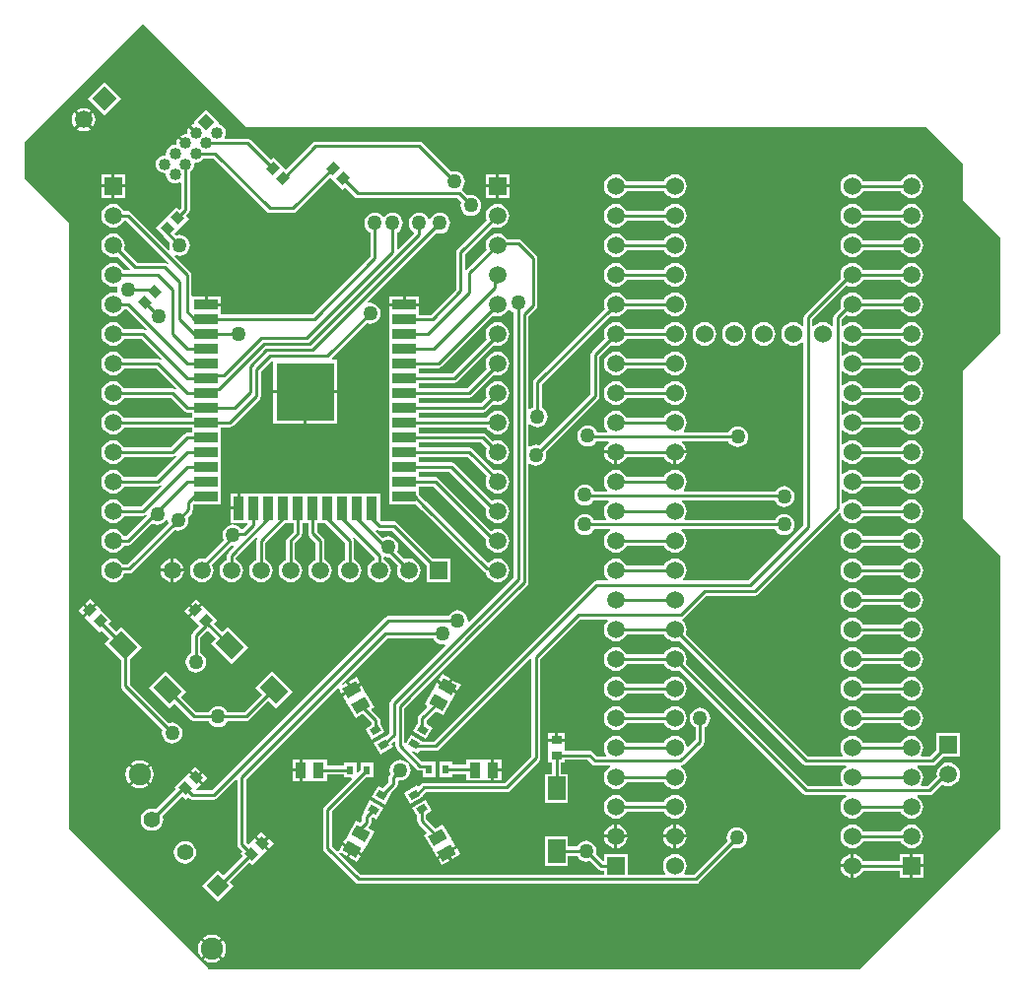
<source format=gtl>
G04*
G04 #@! TF.GenerationSoftware,Altium Limited,Altium Designer,20.1.14 (287)*
G04*
G04 Layer_Physical_Order=1*
G04 Layer_Color=11403334*
%FSLAX25Y25*%
%MOIN*%
G70*
G04*
G04 #@! TF.SameCoordinates,0D2ED980-A127-4EFE-AF8B-45E26DFE5CAE*
G04*
G04*
G04 #@! TF.FilePolarity,Positive*
G04*
G01*
G75*
%ADD11C,0.01000*%
%ADD17R,0.19685X0.19685*%
%ADD18R,0.03543X0.07874*%
%ADD19R,0.07874X0.03543*%
%ADD20R,0.07874X0.03543*%
%ADD21R,0.02362X0.03150*%
G04:AMPARAMS|DCode=22|XSize=23.62mil|YSize=31.5mil|CornerRadius=0mil|HoleSize=0mil|Usage=FLASHONLY|Rotation=240.000|XOffset=0mil|YOffset=0mil|HoleType=Round|Shape=Rectangle|*
%AMROTATEDRECTD22*
4,1,4,-0.00773,0.01810,0.01954,0.00236,0.00773,-0.01810,-0.01954,-0.00236,-0.00773,0.01810,0.0*
%
%ADD22ROTATEDRECTD22*%

G04:AMPARAMS|DCode=23|XSize=23.62mil|YSize=31.5mil|CornerRadius=0mil|HoleSize=0mil|Usage=FLASHONLY|Rotation=120.000|XOffset=0mil|YOffset=0mil|HoleType=Round|Shape=Rectangle|*
%AMROTATEDRECTD23*
4,1,4,0.01954,-0.00236,-0.00773,-0.01810,-0.01954,0.00236,0.00773,0.01810,0.01954,-0.00236,0.0*
%
%ADD23ROTATEDRECTD23*%

G04:AMPARAMS|DCode=24|XSize=53.15mil|YSize=37.4mil|CornerRadius=0mil|HoleSize=0mil|Usage=FLASHONLY|Rotation=210.000|XOffset=0mil|YOffset=0mil|HoleType=Round|Shape=Rectangle|*
%AMROTATEDRECTD24*
4,1,4,0.01366,0.02948,0.03237,-0.00291,-0.01366,-0.02948,-0.03237,0.00291,0.01366,0.02948,0.0*
%
%ADD24ROTATEDRECTD24*%

%ADD25R,0.03740X0.05315*%
G04:AMPARAMS|DCode=26|XSize=53.15mil|YSize=37.4mil|CornerRadius=0mil|HoleSize=0mil|Usage=FLASHONLY|Rotation=330.000|XOffset=0mil|YOffset=0mil|HoleType=Round|Shape=Rectangle|*
%AMROTATEDRECTD26*
4,1,4,-0.03237,-0.00291,-0.01366,0.02948,0.03237,0.00291,0.01366,-0.02948,-0.03237,-0.00291,0.0*
%
%ADD26ROTATEDRECTD26*%

%ADD27R,0.05906X0.07874*%
%ADD28R,0.03740X0.03150*%
G04:AMPARAMS|DCode=29|XSize=78.74mil|YSize=59.06mil|CornerRadius=0mil|HoleSize=0mil|Usage=FLASHONLY|Rotation=315.000|XOffset=0mil|YOffset=0mil|HoleType=Round|Shape=Rectangle|*
%AMROTATEDRECTD29*
4,1,4,-0.04872,0.00696,-0.00696,0.04872,0.04872,-0.00696,0.00696,-0.04872,-0.04872,0.00696,0.0*
%
%ADD29ROTATEDRECTD29*%

G04:AMPARAMS|DCode=30|XSize=37.4mil|YSize=31.5mil|CornerRadius=0mil|HoleSize=0mil|Usage=FLASHONLY|Rotation=45.000|XOffset=0mil|YOffset=0mil|HoleType=Round|Shape=Rectangle|*
%AMROTATEDRECTD30*
4,1,4,-0.00209,-0.02436,-0.02436,-0.00209,0.00209,0.02436,0.02436,0.00209,-0.00209,-0.02436,0.0*
%
%ADD30ROTATEDRECTD30*%

G04:AMPARAMS|DCode=31|XSize=37.4mil|YSize=31.5mil|CornerRadius=0mil|HoleSize=0mil|Usage=FLASHONLY|Rotation=315.000|XOffset=0mil|YOffset=0mil|HoleType=Round|Shape=Rectangle|*
%AMROTATEDRECTD31*
4,1,4,-0.02436,0.00209,-0.00209,0.02436,0.02436,-0.00209,0.00209,-0.02436,-0.02436,0.00209,0.0*
%
%ADD31ROTATEDRECTD31*%

%ADD32C,0.06000*%
%ADD33C,0.05906*%
%ADD34R,0.05906X0.05906*%
%ADD35R,0.05906X0.05906*%
%ADD36P,0.07795X4X360.0*%
%ADD37C,0.07480*%
%ADD38C,0.05512*%
%ADD39P,0.05657X4X360.0*%
%ADD40C,0.04000*%
%ADD41P,0.08352X4X270.0*%
%ADD42C,0.05000*%
G36*
X45000Y20000D02*
X275000D01*
X287500Y7500D01*
Y-5000D01*
X300000Y-17500D01*
Y-50000D01*
X287500Y-62500D01*
Y-112500D01*
X300000Y-125000D01*
Y-217500D01*
X252500Y-265000D01*
X32500D01*
X-15000Y-217500D01*
Y-12500D01*
X-30000Y2500D01*
Y15000D01*
X10000Y55000D01*
X45000Y20000D01*
D02*
G37*
%LPC*%
G36*
X-2929Y35161D02*
X-8519Y29571D01*
X-2929Y23981D01*
X2661Y29571D01*
X-2929Y35161D01*
D02*
G37*
G36*
X-10000Y26487D02*
X-11032Y26351D01*
X-11993Y25953D01*
X-12419Y25626D01*
X-10000Y23207D01*
X-7581Y25626D01*
X-8007Y25953D01*
X-8968Y26351D01*
X-10000Y26487D01*
D02*
G37*
G36*
X-13126Y24919D02*
X-13453Y24493D01*
X-13851Y23532D01*
X-13987Y22500D01*
X-13851Y21468D01*
X-13453Y20507D01*
X-13126Y20081D01*
X-10707Y22500D01*
X-13126Y24919D01*
D02*
G37*
G36*
X-6874D02*
X-9293Y22500D01*
X-6874Y20081D01*
X-6547Y20507D01*
X-6149Y21468D01*
X-6013Y22500D01*
X-6149Y23532D01*
X-6547Y24493D01*
X-6874Y24919D01*
D02*
G37*
G36*
X-10000Y21793D02*
X-12419Y19374D01*
X-11993Y19047D01*
X-11032Y18649D01*
X-10000Y18513D01*
X-8968Y18649D01*
X-8007Y19047D01*
X-7581Y19374D01*
X-10000Y21793D01*
D02*
G37*
G36*
X31536Y25849D02*
X27293Y21607D01*
X27426Y21474D01*
X27265Y21000D01*
X27217Y20994D01*
X26487Y20692D01*
X26261Y20518D01*
X28354Y18425D01*
X27646Y17718D01*
X25553Y19811D01*
X25379Y19584D01*
X25077Y18854D01*
X24974Y18071D01*
X24998Y17891D01*
X24644Y17538D01*
X24464Y17561D01*
X23681Y17458D01*
X22952Y17156D01*
X22725Y16982D01*
X24818Y14889D01*
X24111Y14182D01*
X22018Y16275D01*
X21844Y16048D01*
X21542Y15319D01*
X21439Y14536D01*
X21462Y14356D01*
X21109Y14002D01*
X20929Y14026D01*
X20146Y13923D01*
X19416Y13621D01*
X18789Y13140D01*
X18308Y12513D01*
X18006Y11783D01*
X17903Y11000D01*
X17927Y10820D01*
X17573Y10467D01*
X17393Y10490D01*
X16610Y10387D01*
X15880Y10085D01*
X15254Y9604D01*
X14773Y8977D01*
X14471Y8248D01*
X14367Y7464D01*
X14471Y6681D01*
X14773Y5951D01*
X15254Y5325D01*
X15880Y4844D01*
X16610Y4542D01*
X17393Y4439D01*
X17573Y4462D01*
X17927Y4109D01*
X17903Y3929D01*
X18006Y3146D01*
X18308Y2416D01*
X18789Y1789D01*
X19416Y1308D01*
X20146Y1006D01*
X20929Y903D01*
X21712Y1006D01*
X22442Y1308D01*
X22487Y1343D01*
X22935Y1122D01*
Y-7402D01*
X22479Y-7858D01*
X21531Y-6910D01*
X17890Y-10551D01*
X14410Y-14031D01*
X17095Y-16716D01*
X17179Y-16841D01*
X19188Y-18850D01*
X19090Y-19086D01*
X18970Y-20000D01*
X19090Y-20914D01*
X19307Y-21437D01*
X18883Y-21720D01*
X6081Y-8919D01*
X5585Y-8587D01*
X5000Y-8471D01*
X3645D01*
X3453Y-8007D01*
X2819Y-7181D01*
X1993Y-6547D01*
X1032Y-6149D01*
X0Y-6013D01*
X-1032Y-6149D01*
X-1993Y-6547D01*
X-2819Y-7181D01*
X-3453Y-8007D01*
X-3851Y-8968D01*
X-3987Y-10000D01*
X-3851Y-11032D01*
X-3453Y-11993D01*
X-2819Y-12819D01*
X-1993Y-13453D01*
X-1032Y-13851D01*
X0Y-13987D01*
X1032Y-13851D01*
X1993Y-13453D01*
X2819Y-12819D01*
X3453Y-11993D01*
X3645Y-11529D01*
X4366D01*
X18801Y-25964D01*
X18482Y-26352D01*
X18085Y-26087D01*
X17500Y-25971D01*
X8134D01*
X3659Y-21496D01*
X3851Y-21032D01*
X3987Y-20000D01*
X3851Y-18968D01*
X3453Y-18007D01*
X2819Y-17181D01*
X1993Y-16547D01*
X1032Y-16149D01*
X0Y-16013D01*
X-1032Y-16149D01*
X-1993Y-16547D01*
X-2819Y-17181D01*
X-3453Y-18007D01*
X-3851Y-18968D01*
X-3987Y-20000D01*
X-3851Y-21032D01*
X-3453Y-21993D01*
X-2819Y-22819D01*
X-1993Y-23453D01*
X-1032Y-23851D01*
X0Y-23987D01*
X1032Y-23851D01*
X1496Y-23659D01*
X5846Y-28009D01*
X5654Y-28471D01*
X3645D01*
X3453Y-28007D01*
X2819Y-27181D01*
X1993Y-26547D01*
X1032Y-26149D01*
X0Y-26013D01*
X-1032Y-26149D01*
X-1993Y-26547D01*
X-2819Y-27181D01*
X-3453Y-28007D01*
X-3851Y-28968D01*
X-3987Y-30000D01*
X-3851Y-31032D01*
X-3453Y-31993D01*
X-2819Y-32819D01*
X-1993Y-33453D01*
X-1032Y-33851D01*
X0Y-33987D01*
X1032Y-33851D01*
X1243Y-33764D01*
X1580Y-34165D01*
X1470Y-35000D01*
X1580Y-35835D01*
X1243Y-36237D01*
X1032Y-36149D01*
X0Y-36013D01*
X-1032Y-36149D01*
X-1993Y-36547D01*
X-2819Y-37181D01*
X-3453Y-38007D01*
X-3851Y-38968D01*
X-3987Y-40000D01*
X-3851Y-41032D01*
X-3453Y-41993D01*
X-2819Y-42819D01*
X-1993Y-43453D01*
X-1032Y-43851D01*
X0Y-43987D01*
X1032Y-43851D01*
X1993Y-43453D01*
X2819Y-42819D01*
X3453Y-41993D01*
X3645Y-41529D01*
X4366D01*
X11301Y-48464D01*
X10982Y-48852D01*
X10585Y-48587D01*
X10000Y-48471D01*
X3645D01*
X3453Y-48007D01*
X2819Y-47181D01*
X1993Y-46547D01*
X1032Y-46149D01*
X0Y-46013D01*
X-1032Y-46149D01*
X-1993Y-46547D01*
X-2819Y-47181D01*
X-3453Y-48007D01*
X-3851Y-48968D01*
X-3987Y-50000D01*
X-3851Y-51032D01*
X-3453Y-51993D01*
X-2819Y-52819D01*
X-1993Y-53453D01*
X-1032Y-53851D01*
X0Y-53987D01*
X1032Y-53851D01*
X1993Y-53453D01*
X2819Y-52819D01*
X3453Y-51993D01*
X3645Y-51529D01*
X9366D01*
X16301Y-58464D01*
X15982Y-58852D01*
X15585Y-58587D01*
X15000Y-58471D01*
X3645D01*
X3453Y-58007D01*
X2819Y-57181D01*
X1993Y-56547D01*
X1032Y-56149D01*
X0Y-56013D01*
X-1032Y-56149D01*
X-1993Y-56547D01*
X-2819Y-57181D01*
X-3453Y-58007D01*
X-3851Y-58968D01*
X-3987Y-60000D01*
X-3851Y-61032D01*
X-3453Y-61993D01*
X-2819Y-62819D01*
X-1993Y-63453D01*
X-1032Y-63851D01*
X0Y-63987D01*
X1032Y-63851D01*
X1993Y-63453D01*
X2819Y-62819D01*
X3453Y-61993D01*
X3645Y-61529D01*
X14367D01*
X21301Y-68464D01*
X20982Y-68852D01*
X20585Y-68587D01*
X20000Y-68471D01*
X3645D01*
X3453Y-68007D01*
X2819Y-67181D01*
X1993Y-66547D01*
X1032Y-66149D01*
X0Y-66013D01*
X-1032Y-66149D01*
X-1993Y-66547D01*
X-2819Y-67181D01*
X-3453Y-68007D01*
X-3851Y-68968D01*
X-3987Y-70000D01*
X-3851Y-71032D01*
X-3453Y-71993D01*
X-2819Y-72819D01*
X-1993Y-73453D01*
X-1032Y-73851D01*
X0Y-73987D01*
X1032Y-73851D01*
X1993Y-73453D01*
X2819Y-72819D01*
X3453Y-71993D01*
X3645Y-71529D01*
X19366D01*
X23919Y-76081D01*
X24415Y-76413D01*
X25000Y-76529D01*
X26598D01*
Y-78471D01*
X3645D01*
X3453Y-78007D01*
X2819Y-77181D01*
X1993Y-76547D01*
X1032Y-76149D01*
X0Y-76013D01*
X-1032Y-76149D01*
X-1993Y-76547D01*
X-2819Y-77181D01*
X-3453Y-78007D01*
X-3851Y-78968D01*
X-3987Y-80000D01*
X-3851Y-81032D01*
X-3453Y-81993D01*
X-2819Y-82819D01*
X-1993Y-83453D01*
X-1032Y-83851D01*
X0Y-83987D01*
X1032Y-83851D01*
X1993Y-83453D01*
X2819Y-82819D01*
X3453Y-81993D01*
X3645Y-81529D01*
X26598D01*
Y-83471D01*
X25000D01*
X24415Y-83587D01*
X23919Y-83919D01*
X19366Y-88471D01*
X3645D01*
X3453Y-88007D01*
X2819Y-87181D01*
X1993Y-86547D01*
X1032Y-86149D01*
X0Y-86013D01*
X-1032Y-86149D01*
X-1993Y-86547D01*
X-2819Y-87181D01*
X-3453Y-88007D01*
X-3851Y-88968D01*
X-3987Y-90000D01*
X-3851Y-91032D01*
X-3453Y-91993D01*
X-2819Y-92819D01*
X-1993Y-93453D01*
X-1032Y-93851D01*
X0Y-93987D01*
X1032Y-93851D01*
X1993Y-93453D01*
X2819Y-92819D01*
X3453Y-91993D01*
X3645Y-91529D01*
X20000D01*
X20585Y-91413D01*
X20982Y-91148D01*
X21301Y-91536D01*
X14367Y-98471D01*
X3645D01*
X3453Y-98007D01*
X2819Y-97181D01*
X1993Y-96547D01*
X1032Y-96149D01*
X0Y-96013D01*
X-1032Y-96149D01*
X-1993Y-96547D01*
X-2819Y-97181D01*
X-3453Y-98007D01*
X-3851Y-98968D01*
X-3987Y-100000D01*
X-3851Y-101032D01*
X-3453Y-101993D01*
X-2819Y-102819D01*
X-1993Y-103453D01*
X-1032Y-103851D01*
X0Y-103987D01*
X1032Y-103851D01*
X1993Y-103453D01*
X2819Y-102819D01*
X3453Y-101993D01*
X3645Y-101529D01*
X15000D01*
X15585Y-101413D01*
X15982Y-101148D01*
X16301Y-101536D01*
X9366Y-108471D01*
X3645D01*
X3453Y-108007D01*
X2819Y-107181D01*
X1993Y-106547D01*
X1032Y-106149D01*
X0Y-106013D01*
X-1032Y-106149D01*
X-1993Y-106547D01*
X-2819Y-107181D01*
X-3453Y-108007D01*
X-3851Y-108968D01*
X-3987Y-110000D01*
X-3851Y-111032D01*
X-3453Y-111993D01*
X-2819Y-112819D01*
X-1993Y-113453D01*
X-1032Y-113851D01*
X0Y-113987D01*
X1032Y-113851D01*
X1993Y-113453D01*
X2819Y-112819D01*
X3453Y-111993D01*
X3645Y-111529D01*
X10000D01*
X10585Y-111413D01*
X10982Y-111148D01*
X11301Y-111536D01*
X4366Y-118471D01*
X3645D01*
X3453Y-118007D01*
X2819Y-117181D01*
X1993Y-116547D01*
X1032Y-116149D01*
X0Y-116013D01*
X-1032Y-116149D01*
X-1993Y-116547D01*
X-2819Y-117181D01*
X-3453Y-118007D01*
X-3851Y-118968D01*
X-3987Y-120000D01*
X-3851Y-121032D01*
X-3453Y-121993D01*
X-2819Y-122819D01*
X-1993Y-123453D01*
X-1032Y-123851D01*
X0Y-123987D01*
X1032Y-123851D01*
X1993Y-123453D01*
X2819Y-122819D01*
X3453Y-121993D01*
X3645Y-121529D01*
X5000D01*
X5585Y-121413D01*
X6081Y-121081D01*
X13162Y-114001D01*
X13235Y-114057D01*
X14086Y-114410D01*
X15000Y-114530D01*
X15914Y-114410D01*
X16765Y-114057D01*
X17496Y-113496D01*
X17984Y-112861D01*
X18447Y-112994D01*
X18471Y-113007D01*
X18590Y-113914D01*
X18688Y-114149D01*
X4902Y-127936D01*
X3398D01*
X2819Y-127181D01*
X1993Y-126547D01*
X1032Y-126149D01*
X0Y-126013D01*
X-1032Y-126149D01*
X-1993Y-126547D01*
X-2819Y-127181D01*
X-3453Y-128007D01*
X-3851Y-128968D01*
X-3987Y-130000D01*
X-3851Y-131032D01*
X-3453Y-131993D01*
X-2819Y-132819D01*
X-1993Y-133453D01*
X-1032Y-133851D01*
X0Y-133987D01*
X1032Y-133851D01*
X1993Y-133453D01*
X2819Y-132819D01*
X3453Y-131993D01*
X3851Y-131032D01*
X3856Y-130994D01*
X5535D01*
X6120Y-130878D01*
X6617Y-130546D01*
X20851Y-116312D01*
X21086Y-116410D01*
X22000Y-116530D01*
X22914Y-116410D01*
X23765Y-116057D01*
X24496Y-115496D01*
X25057Y-114765D01*
X25410Y-113914D01*
X25530Y-113000D01*
X25410Y-112086D01*
X25312Y-111851D01*
X26581Y-110581D01*
X26913Y-110085D01*
X27029Y-109500D01*
Y-107835D01*
X36472D01*
Y-102835D01*
Y-97835D01*
Y-92835D01*
Y-87835D01*
Y-82835D01*
Y-81529D01*
X39500D01*
X40085Y-81413D01*
X40581Y-81081D01*
X49581Y-72081D01*
X49913Y-71585D01*
X50029Y-71000D01*
Y-62634D01*
X53633Y-59029D01*
X54158D01*
Y-69091D01*
X65000D01*
X75842D01*
Y-58748D01*
X74122D01*
X73915Y-58248D01*
X85851Y-46312D01*
X86086Y-46410D01*
X87000Y-46530D01*
X87914Y-46410D01*
X88765Y-46057D01*
X89496Y-45496D01*
X90057Y-44765D01*
X90410Y-43914D01*
X90530Y-43000D01*
X90410Y-42086D01*
X90057Y-41235D01*
X89496Y-40504D01*
X88765Y-39943D01*
X87914Y-39590D01*
X87000Y-39470D01*
X86309Y-39561D01*
X86076Y-39087D01*
X109351Y-15812D01*
X109586Y-15910D01*
X110500Y-16030D01*
X111414Y-15910D01*
X112265Y-15557D01*
X112996Y-14996D01*
X113557Y-14265D01*
X113910Y-13414D01*
X114030Y-12500D01*
X113910Y-11586D01*
X113557Y-10735D01*
X112996Y-10004D01*
X112265Y-9443D01*
X111414Y-9090D01*
X110500Y-8970D01*
X109586Y-9090D01*
X108735Y-9443D01*
X108004Y-10004D01*
X107443Y-10735D01*
X107271Y-11151D01*
X106729D01*
X106557Y-10735D01*
X105996Y-10004D01*
X105265Y-9443D01*
X104414Y-9090D01*
X103500Y-8970D01*
X102586Y-9090D01*
X101735Y-9443D01*
X101004Y-10004D01*
X100443Y-10735D01*
X100090Y-11586D01*
X99970Y-12500D01*
X100090Y-13414D01*
X100443Y-14265D01*
X101004Y-14996D01*
X101546Y-15412D01*
X101641Y-15948D01*
X101616Y-16049D01*
X96491Y-21174D01*
X96029Y-20983D01*
Y-15655D01*
X96265Y-15557D01*
X96996Y-14996D01*
X97557Y-14265D01*
X97910Y-13414D01*
X98030Y-12500D01*
X97910Y-11586D01*
X97557Y-10735D01*
X96996Y-10004D01*
X96265Y-9443D01*
X95414Y-9090D01*
X94500Y-8970D01*
X93586Y-9090D01*
X92735Y-9443D01*
X92004Y-10004D01*
X91750Y-10334D01*
X91250D01*
X90996Y-10004D01*
X90265Y-9443D01*
X89414Y-9090D01*
X88500Y-8970D01*
X87586Y-9090D01*
X86735Y-9443D01*
X86004Y-10004D01*
X85443Y-10735D01*
X85090Y-11586D01*
X84970Y-12500D01*
X85090Y-13414D01*
X85443Y-14265D01*
X86004Y-14996D01*
X86735Y-15557D01*
X86971Y-15655D01*
Y-23866D01*
X67366Y-43471D01*
X36472D01*
Y-40563D01*
X31535D01*
Y-40063D01*
X31035D01*
Y-37291D01*
X26598D01*
X26529Y-36820D01*
Y-30000D01*
X26413Y-29415D01*
X26081Y-28919D01*
X20780Y-23617D01*
X21063Y-23193D01*
X21586Y-23410D01*
X22500Y-23530D01*
X23414Y-23410D01*
X24265Y-23057D01*
X24996Y-22496D01*
X25557Y-21765D01*
X25910Y-20914D01*
X26030Y-20000D01*
X25910Y-19086D01*
X25557Y-18235D01*
X24996Y-17504D01*
X24265Y-16943D01*
X23414Y-16590D01*
X22500Y-16470D01*
X21586Y-16590D01*
X21351Y-16688D01*
X20611Y-15948D01*
X21949Y-14610D01*
X25590Y-10969D01*
X24642Y-10021D01*
X25546Y-9117D01*
X25877Y-8621D01*
X25994Y-8036D01*
Y4857D01*
X26604Y5325D01*
X27085Y5951D01*
X27387Y6681D01*
X27490Y7464D01*
X27467Y7644D01*
X27820Y7998D01*
X28000Y7974D01*
X28783Y8077D01*
X29513Y8380D01*
X30140Y8860D01*
X30608Y9471D01*
X33867D01*
X51919Y-8581D01*
X52415Y-8913D01*
X53000Y-9029D01*
X60720D01*
X61305Y-8913D01*
X61802Y-8581D01*
X73312Y2929D01*
X77531Y-1290D01*
X78479Y-342D01*
X81719Y-3581D01*
X82215Y-3913D01*
X82800Y-4029D01*
X116367D01*
X117688Y-5351D01*
X117590Y-5586D01*
X117470Y-6500D01*
X117590Y-7414D01*
X117943Y-8265D01*
X118504Y-8996D01*
X119235Y-9557D01*
X120086Y-9910D01*
X121000Y-10030D01*
X121914Y-9910D01*
X122765Y-9557D01*
X123496Y-8996D01*
X124057Y-8265D01*
X124410Y-7414D01*
X124530Y-6500D01*
X124410Y-5586D01*
X124057Y-4735D01*
X123496Y-4004D01*
X122765Y-3443D01*
X121914Y-3090D01*
X121000Y-2970D01*
X120086Y-3090D01*
X119851Y-3188D01*
X118162Y-1499D01*
X118078Y-1245D01*
X118074Y-997D01*
X118116Y-840D01*
X118557Y-265D01*
X118910Y586D01*
X119030Y1500D01*
X118910Y2414D01*
X118557Y3265D01*
X117996Y3996D01*
X117265Y4557D01*
X116414Y4910D01*
X115500Y5030D01*
X114586Y4910D01*
X114351Y4812D01*
X104581Y14581D01*
X104085Y14913D01*
X103500Y15029D01*
X68500D01*
X67915Y14913D01*
X67419Y14581D01*
X58448Y5611D01*
X57870Y6189D01*
X57870Y6189D01*
X54229Y9830D01*
X53281Y8882D01*
X46546Y15617D01*
X46050Y15948D01*
X45465Y16065D01*
X37878D01*
X37657Y16513D01*
X37692Y16558D01*
X37994Y17288D01*
X38097Y18071D01*
X37994Y18854D01*
X37692Y19584D01*
X37211Y20211D01*
X36584Y20692D01*
X35854Y20994D01*
X35806Y21000D01*
X35645Y21474D01*
X35778Y21607D01*
X31536Y25849D01*
D02*
G37*
G36*
X190000Y4034D02*
X188956Y3897D01*
X187983Y3494D01*
X187147Y2853D01*
X186506Y2017D01*
X186304Y1529D01*
X173645D01*
X173453Y1993D01*
X172819Y2819D01*
X171993Y3453D01*
X171032Y3851D01*
X170000Y3987D01*
X168968Y3851D01*
X168007Y3453D01*
X167181Y2819D01*
X166547Y1993D01*
X166149Y1032D01*
X166013Y0D01*
X166149Y-1032D01*
X166547Y-1993D01*
X167181Y-2819D01*
X168007Y-3453D01*
X168968Y-3851D01*
X170000Y-3987D01*
X171032Y-3851D01*
X171993Y-3453D01*
X172819Y-2819D01*
X173453Y-1993D01*
X173645Y-1529D01*
X186304D01*
X186506Y-2017D01*
X187147Y-2853D01*
X187983Y-3494D01*
X188956Y-3897D01*
X190000Y-4034D01*
X191044Y-3897D01*
X192017Y-3494D01*
X192853Y-2853D01*
X193494Y-2017D01*
X193897Y-1044D01*
X194035Y0D01*
X193897Y1044D01*
X193494Y2017D01*
X192853Y2853D01*
X192017Y3494D01*
X191044Y3897D01*
X190000Y4034D01*
D02*
G37*
G36*
X133953Y3953D02*
X130500D01*
Y500D01*
X133953D01*
Y3953D01*
D02*
G37*
G36*
X3953D02*
X500D01*
Y500D01*
X3953D01*
Y3953D01*
D02*
G37*
G36*
X129500D02*
X126047D01*
Y500D01*
X129500D01*
Y3953D01*
D02*
G37*
G36*
X-500D02*
X-3953D01*
Y500D01*
X-500D01*
Y3953D01*
D02*
G37*
G36*
X133953Y-500D02*
X130500D01*
Y-3953D01*
X133953D01*
Y-500D01*
D02*
G37*
G36*
X129500D02*
X126047D01*
Y-3953D01*
X129500D01*
Y-500D01*
D02*
G37*
G36*
X3953D02*
X500D01*
Y-3953D01*
X3953D01*
Y-500D01*
D02*
G37*
G36*
X-500D02*
X-3953D01*
Y-3953D01*
X-500D01*
Y-500D01*
D02*
G37*
G36*
X250000Y4034D02*
X248956Y3897D01*
X247983Y3494D01*
X247147Y2853D01*
X246506Y2017D01*
X246103Y1044D01*
X245966Y0D01*
X246103Y-1044D01*
X246506Y-2017D01*
X247147Y-2853D01*
X247983Y-3494D01*
X248956Y-3897D01*
X250000Y-4034D01*
X251044Y-3897D01*
X252017Y-3494D01*
X252853Y-2853D01*
X253494Y-2017D01*
X253696Y-1529D01*
X266355D01*
X266547Y-1993D01*
X267181Y-2819D01*
X268007Y-3453D01*
X268968Y-3851D01*
X270000Y-3987D01*
X271032Y-3851D01*
X271993Y-3453D01*
X272819Y-2819D01*
X273453Y-1993D01*
X273851Y-1032D01*
X273987Y0D01*
X273851Y1032D01*
X273453Y1993D01*
X272819Y2819D01*
X271993Y3453D01*
X271032Y3851D01*
X270000Y3987D01*
X268968Y3851D01*
X268007Y3453D01*
X267181Y2819D01*
X266547Y1993D01*
X266355Y1529D01*
X253696D01*
X253494Y2017D01*
X252853Y2853D01*
X252017Y3494D01*
X251044Y3897D01*
X250000Y4034D01*
D02*
G37*
G36*
X190000Y-5965D02*
X188956Y-6103D01*
X187983Y-6506D01*
X187147Y-7147D01*
X186506Y-7983D01*
X186304Y-8471D01*
X173645D01*
X173453Y-8007D01*
X172819Y-7181D01*
X171993Y-6547D01*
X171032Y-6149D01*
X170000Y-6013D01*
X168968Y-6149D01*
X168007Y-6547D01*
X167181Y-7181D01*
X166547Y-8007D01*
X166149Y-8968D01*
X166013Y-10000D01*
X166149Y-11032D01*
X166547Y-11993D01*
X167181Y-12819D01*
X168007Y-13453D01*
X168968Y-13851D01*
X170000Y-13987D01*
X171032Y-13851D01*
X171993Y-13453D01*
X172819Y-12819D01*
X173453Y-11993D01*
X173645Y-11529D01*
X186304D01*
X186506Y-12017D01*
X187147Y-12853D01*
X187983Y-13494D01*
X188956Y-13897D01*
X190000Y-14035D01*
X191044Y-13897D01*
X192017Y-13494D01*
X192853Y-12853D01*
X193494Y-12017D01*
X193897Y-11044D01*
X194035Y-10000D01*
X193897Y-8956D01*
X193494Y-7983D01*
X192853Y-7147D01*
X192017Y-6506D01*
X191044Y-6103D01*
X190000Y-5965D01*
D02*
G37*
G36*
X250000D02*
X248956Y-6103D01*
X247983Y-6506D01*
X247147Y-7147D01*
X246506Y-7983D01*
X246103Y-8956D01*
X245966Y-10000D01*
X246103Y-11044D01*
X246506Y-12017D01*
X247147Y-12853D01*
X247983Y-13494D01*
X248956Y-13897D01*
X250000Y-14035D01*
X251044Y-13897D01*
X252017Y-13494D01*
X252853Y-12853D01*
X253494Y-12017D01*
X253696Y-11529D01*
X266355D01*
X266547Y-11993D01*
X267181Y-12819D01*
X268007Y-13453D01*
X268968Y-13851D01*
X270000Y-13987D01*
X271032Y-13851D01*
X271993Y-13453D01*
X272819Y-12819D01*
X273453Y-11993D01*
X273851Y-11032D01*
X273987Y-10000D01*
X273851Y-8968D01*
X273453Y-8007D01*
X272819Y-7181D01*
X271993Y-6547D01*
X271032Y-6149D01*
X270000Y-6013D01*
X268968Y-6149D01*
X268007Y-6547D01*
X267181Y-7181D01*
X266547Y-8007D01*
X266355Y-8471D01*
X253696D01*
X253494Y-7983D01*
X252853Y-7147D01*
X252017Y-6506D01*
X251044Y-6103D01*
X250000Y-5965D01*
D02*
G37*
G36*
X130000Y-6013D02*
X128968Y-6149D01*
X128007Y-6547D01*
X127181Y-7181D01*
X126547Y-8007D01*
X126149Y-8968D01*
X126013Y-10000D01*
X126149Y-11032D01*
X126341Y-11496D01*
X116419Y-21419D01*
X116087Y-21915D01*
X115971Y-22500D01*
Y-34866D01*
X107304Y-43534D01*
X103402D01*
Y-40563D01*
X98465D01*
X93528D01*
Y-42835D01*
Y-47835D01*
Y-52835D01*
Y-57835D01*
Y-62835D01*
Y-67835D01*
Y-72835D01*
Y-77835D01*
Y-82835D01*
Y-87835D01*
Y-92835D01*
Y-97835D01*
Y-102835D01*
Y-107835D01*
X102542D01*
X103961Y-109254D01*
X104352Y-109515D01*
X125270Y-130433D01*
X125766Y-130764D01*
X126123Y-130835D01*
X126149Y-131032D01*
X126547Y-131993D01*
X127181Y-132819D01*
X128007Y-133453D01*
X128968Y-133851D01*
X130000Y-133987D01*
X131032Y-133851D01*
X131993Y-133453D01*
X132819Y-132819D01*
X133453Y-131993D01*
X133851Y-131032D01*
X133987Y-130000D01*
X133851Y-128968D01*
X133453Y-128007D01*
X132819Y-127181D01*
X131993Y-126547D01*
X131032Y-126149D01*
X130000Y-126013D01*
X128968Y-126149D01*
X128007Y-126547D01*
X127181Y-127181D01*
X127048Y-127354D01*
X126549Y-127386D01*
X106254Y-107091D01*
X105862Y-106829D01*
X103402Y-104369D01*
Y-101529D01*
X108367D01*
X126109Y-119272D01*
X126013Y-120000D01*
X126149Y-121032D01*
X126547Y-121993D01*
X127181Y-122819D01*
X128007Y-123453D01*
X128968Y-123851D01*
X130000Y-123987D01*
X131032Y-123851D01*
X131993Y-123453D01*
X132819Y-122819D01*
X133453Y-121993D01*
X133851Y-121032D01*
X133987Y-120000D01*
X133851Y-118968D01*
X133453Y-118007D01*
X132819Y-117181D01*
X131993Y-116547D01*
X131032Y-116149D01*
X130000Y-116013D01*
X128968Y-116149D01*
X128007Y-116547D01*
X127839Y-116676D01*
X110081Y-98919D01*
X109585Y-98587D01*
X109000Y-98471D01*
X103402D01*
Y-96529D01*
X113866D01*
X126195Y-108858D01*
X126149Y-108968D01*
X126013Y-110000D01*
X126149Y-111032D01*
X126547Y-111993D01*
X127181Y-112819D01*
X128007Y-113453D01*
X128968Y-113851D01*
X130000Y-113987D01*
X131032Y-113851D01*
X131993Y-113453D01*
X132819Y-112819D01*
X133453Y-111993D01*
X133851Y-111032D01*
X133987Y-110000D01*
X133851Y-108968D01*
X133453Y-108007D01*
X132819Y-107181D01*
X131993Y-106547D01*
X131032Y-106149D01*
X130000Y-106013D01*
X128968Y-106149D01*
X128150Y-106488D01*
X115581Y-93919D01*
X115085Y-93587D01*
X114500Y-93471D01*
X103402D01*
Y-91529D01*
X119867D01*
X126488Y-98150D01*
X126149Y-98968D01*
X126013Y-100000D01*
X126149Y-101032D01*
X126547Y-101993D01*
X127181Y-102819D01*
X128007Y-103453D01*
X128968Y-103851D01*
X130000Y-103987D01*
X131032Y-103851D01*
X131993Y-103453D01*
X132819Y-102819D01*
X133453Y-101993D01*
X133851Y-101032D01*
X133987Y-100000D01*
X133851Y-98968D01*
X133453Y-98007D01*
X132819Y-97181D01*
X131993Y-96547D01*
X131032Y-96149D01*
X130000Y-96013D01*
X128968Y-96149D01*
X128858Y-96195D01*
X121581Y-88919D01*
X121085Y-88587D01*
X120500Y-88471D01*
X103402D01*
Y-86592D01*
X124430D01*
X126341Y-88504D01*
X126149Y-88968D01*
X126013Y-90000D01*
X126149Y-91032D01*
X126547Y-91993D01*
X127181Y-92819D01*
X128007Y-93453D01*
X128968Y-93851D01*
X130000Y-93987D01*
X131032Y-93851D01*
X131993Y-93453D01*
X132819Y-92819D01*
X133453Y-91993D01*
X133851Y-91032D01*
X133987Y-90000D01*
X133851Y-88968D01*
X133453Y-88007D01*
X132819Y-87181D01*
X131993Y-86547D01*
X131032Y-86149D01*
X130000Y-86013D01*
X128968Y-86149D01*
X128504Y-86341D01*
X126144Y-83982D01*
X125648Y-83650D01*
X125063Y-83534D01*
X103402D01*
Y-81529D01*
X126355D01*
X126547Y-81993D01*
X127181Y-82819D01*
X128007Y-83453D01*
X128968Y-83851D01*
X130000Y-83987D01*
X131032Y-83851D01*
X131993Y-83453D01*
X132819Y-82819D01*
X133453Y-81993D01*
X133851Y-81032D01*
X133987Y-80000D01*
X133851Y-78968D01*
X133453Y-78007D01*
X132819Y-77181D01*
X131993Y-76547D01*
X131032Y-76149D01*
X130000Y-76013D01*
X128968Y-76149D01*
X128007Y-76547D01*
X127181Y-77181D01*
X126547Y-78007D01*
X126355Y-78471D01*
X103402D01*
Y-76529D01*
X125000D01*
X125585Y-76413D01*
X126081Y-76081D01*
X128504Y-73659D01*
X128968Y-73851D01*
X130000Y-73987D01*
X131032Y-73851D01*
X131993Y-73453D01*
X132819Y-72819D01*
X133453Y-71993D01*
X133851Y-71032D01*
X133987Y-70000D01*
X133851Y-68968D01*
X133453Y-68007D01*
X132819Y-67181D01*
X131993Y-66547D01*
X131032Y-66149D01*
X130000Y-66013D01*
X128968Y-66149D01*
X128007Y-66547D01*
X127181Y-67181D01*
X126547Y-68007D01*
X126149Y-68968D01*
X126013Y-70000D01*
X126149Y-71032D01*
X126341Y-71496D01*
X124366Y-73471D01*
X103402D01*
Y-71529D01*
X120500D01*
X121085Y-71413D01*
X121581Y-71081D01*
X128858Y-63805D01*
X128968Y-63851D01*
X130000Y-63987D01*
X131032Y-63851D01*
X131993Y-63453D01*
X132819Y-62819D01*
X133453Y-61993D01*
X133851Y-61032D01*
X133987Y-60000D01*
X133851Y-58968D01*
X133453Y-58007D01*
X132819Y-57181D01*
X131993Y-56547D01*
X131032Y-56149D01*
X130000Y-56013D01*
X128968Y-56149D01*
X128007Y-56547D01*
X127181Y-57181D01*
X126547Y-58007D01*
X126149Y-58968D01*
X126013Y-60000D01*
X126149Y-61032D01*
X126488Y-61849D01*
X119867Y-68471D01*
X103402D01*
Y-66529D01*
X115500D01*
X116085Y-66413D01*
X116581Y-66081D01*
X128858Y-53805D01*
X128968Y-53851D01*
X130000Y-53987D01*
X131032Y-53851D01*
X131993Y-53453D01*
X132819Y-52819D01*
X133453Y-51993D01*
X133851Y-51032D01*
X133987Y-50000D01*
X133851Y-48968D01*
X133453Y-48007D01*
X132819Y-47181D01*
X131993Y-46547D01*
X131032Y-46149D01*
X130000Y-46013D01*
X128968Y-46149D01*
X128007Y-46547D01*
X127181Y-47181D01*
X126547Y-48007D01*
X126149Y-48968D01*
X126013Y-50000D01*
X126149Y-51032D01*
X126488Y-51850D01*
X114866Y-63471D01*
X103402D01*
Y-61592D01*
X109937D01*
X110522Y-61476D01*
X111019Y-61144D01*
X128504Y-43659D01*
X128968Y-43851D01*
X130000Y-43987D01*
X131032Y-43851D01*
X131993Y-43453D01*
X132819Y-42819D01*
X133453Y-41993D01*
X133599Y-41639D01*
X134172Y-41564D01*
X134504Y-41996D01*
X135235Y-42557D01*
X135471Y-42655D01*
Y-132367D01*
X120489Y-147348D01*
X120015Y-147115D01*
X120030Y-147000D01*
X119910Y-146086D01*
X119557Y-145235D01*
X118996Y-144504D01*
X118265Y-143943D01*
X117414Y-143590D01*
X116500Y-143470D01*
X115586Y-143590D01*
X114735Y-143943D01*
X114004Y-144504D01*
X113443Y-145235D01*
X113345Y-145471D01*
X93000D01*
X92415Y-145587D01*
X91919Y-145919D01*
X33367Y-204471D01*
X28385D01*
X28193Y-204009D01*
X29779Y-202423D01*
X27749Y-200394D01*
X25720Y-198364D01*
X24253Y-199831D01*
X20634Y-203451D01*
X21228Y-204045D01*
X14479Y-210794D01*
X14114Y-210643D01*
X13134Y-210514D01*
X12153Y-210643D01*
X11240Y-211021D01*
X10455Y-211624D01*
X9853Y-212408D01*
X9475Y-213322D01*
X9346Y-214302D01*
X9475Y-215283D01*
X9853Y-216196D01*
X10455Y-216981D01*
X11240Y-217583D01*
X12153Y-217961D01*
X13134Y-218091D01*
X14114Y-217961D01*
X15028Y-217583D01*
X15813Y-216981D01*
X16415Y-216196D01*
X16793Y-215283D01*
X16922Y-214302D01*
X16793Y-213322D01*
X16642Y-212957D01*
X23391Y-206208D01*
X24692Y-207509D01*
X25432Y-206770D01*
X25743Y-207081D01*
X26239Y-207413D01*
X26824Y-207529D01*
X34000D01*
X34585Y-207413D01*
X35081Y-207081D01*
X41509Y-200654D01*
X41971Y-200846D01*
Y-222592D01*
X42087Y-223177D01*
X42419Y-223674D01*
X43686Y-224941D01*
X42946Y-225680D01*
X43894Y-226628D01*
X37333Y-233190D01*
X35405Y-231262D01*
X30093Y-236573D01*
X35405Y-241885D01*
X40717Y-236573D01*
X39496Y-235352D01*
X46057Y-228791D01*
X47005Y-229739D01*
X50624Y-226120D01*
X52091Y-224653D01*
X50062Y-222623D01*
X48033Y-220594D01*
X45849Y-222778D01*
X45029Y-221959D01*
Y-200634D01*
X75657Y-170006D01*
X76282Y-170088D01*
X77209Y-171694D01*
X79943Y-170116D01*
X78758Y-168063D01*
X77690Y-168680D01*
X77383Y-168280D01*
X92633Y-153029D01*
X108345D01*
X108443Y-153265D01*
X109004Y-153996D01*
X109735Y-154557D01*
X110586Y-154910D01*
X111500Y-155030D01*
X112191Y-154939D01*
X112424Y-155413D01*
X93919Y-173919D01*
X93587Y-174415D01*
X93471Y-175000D01*
Y-184885D01*
X92285Y-186071D01*
X88123Y-188474D01*
X90304Y-192252D01*
X94763Y-189677D01*
X94120Y-188562D01*
X95009Y-187673D01*
X95471Y-187864D01*
Y-189500D01*
X95587Y-190085D01*
X95919Y-190581D01*
X102679Y-197341D01*
X103175Y-197673D01*
X103760Y-197789D01*
X104606D01*
Y-199909D01*
X108968D01*
Y-194760D01*
X106254D01*
X106106Y-194730D01*
X104393D01*
X101146Y-191484D01*
X101451Y-191087D01*
X103002Y-191983D01*
X103628Y-190898D01*
X103903Y-190953D01*
X109076D01*
X109662Y-190837D01*
X110158Y-190505D01*
X140971Y-159692D01*
X141471Y-159899D01*
Y-192867D01*
X132367Y-201971D01*
X105000D01*
X104415Y-202087D01*
X103919Y-202419D01*
X103410Y-202927D01*
X102914Y-202862D01*
X102827Y-202710D01*
X98367Y-205285D01*
X100548Y-209062D01*
X105008Y-206488D01*
X104703Y-205960D01*
X105633Y-205029D01*
X133000D01*
X133585Y-204913D01*
X134081Y-204581D01*
X144081Y-194581D01*
X144413Y-194085D01*
X144529Y-193500D01*
Y-160134D01*
X158133Y-146529D01*
X167209D01*
X167378Y-147029D01*
X167181Y-147181D01*
X166547Y-148007D01*
X166149Y-148968D01*
X166013Y-150000D01*
X166149Y-151032D01*
X166547Y-151993D01*
X167181Y-152819D01*
X168007Y-153453D01*
X168968Y-153851D01*
X170000Y-153987D01*
X171032Y-153851D01*
X171993Y-153453D01*
X172819Y-152819D01*
X173453Y-151993D01*
X173645Y-151529D01*
X186304D01*
X186506Y-152017D01*
X187147Y-152853D01*
X187983Y-153494D01*
X188956Y-153897D01*
X190000Y-154034D01*
X191044Y-153897D01*
X191532Y-153695D01*
X233419Y-195581D01*
X233915Y-195913D01*
X234500Y-196029D01*
X247700D01*
X247955Y-196476D01*
X247952Y-196529D01*
X247147Y-197147D01*
X246506Y-197983D01*
X246103Y-198956D01*
X245966Y-200000D01*
X246103Y-201044D01*
X246506Y-202017D01*
X246854Y-202471D01*
X246607Y-202971D01*
X235134D01*
X193695Y-161532D01*
X193897Y-161044D01*
X194035Y-160000D01*
X193897Y-158956D01*
X193494Y-157983D01*
X192853Y-157147D01*
X192017Y-156506D01*
X191044Y-156103D01*
X190000Y-155965D01*
X188956Y-156103D01*
X187983Y-156506D01*
X187147Y-157147D01*
X186506Y-157983D01*
X186304Y-158471D01*
X173645D01*
X173453Y-158007D01*
X172819Y-157181D01*
X171993Y-156547D01*
X171032Y-156149D01*
X170000Y-156013D01*
X168968Y-156149D01*
X168007Y-156547D01*
X167181Y-157181D01*
X166547Y-158007D01*
X166149Y-158968D01*
X166013Y-160000D01*
X166149Y-161032D01*
X166547Y-161993D01*
X167181Y-162819D01*
X168007Y-163453D01*
X168968Y-163851D01*
X170000Y-163987D01*
X171032Y-163851D01*
X171993Y-163453D01*
X172819Y-162819D01*
X173453Y-161993D01*
X173645Y-161529D01*
X186304D01*
X186506Y-162017D01*
X187147Y-162853D01*
X187983Y-163494D01*
X188956Y-163897D01*
X190000Y-164034D01*
X191044Y-163897D01*
X191532Y-163695D01*
X233419Y-205581D01*
X233915Y-205913D01*
X234500Y-206029D01*
X247700D01*
X247955Y-206476D01*
X247952Y-206529D01*
X247147Y-207147D01*
X246506Y-207983D01*
X246103Y-208956D01*
X245966Y-210000D01*
X246103Y-211044D01*
X246506Y-212017D01*
X247147Y-212853D01*
X247983Y-213494D01*
X248956Y-213897D01*
X250000Y-214035D01*
X251044Y-213897D01*
X252017Y-213494D01*
X252853Y-212853D01*
X253494Y-212017D01*
X253696Y-211529D01*
X266355D01*
X266547Y-211993D01*
X267181Y-212819D01*
X268007Y-213453D01*
X268968Y-213851D01*
X270000Y-213987D01*
X271032Y-213851D01*
X271993Y-213453D01*
X272819Y-212819D01*
X273453Y-211993D01*
X273851Y-211032D01*
X273987Y-210000D01*
X273851Y-208968D01*
X273453Y-208007D01*
X272819Y-207181D01*
X271993Y-206547D01*
X271950Y-206529D01*
X272050Y-206029D01*
X276000D01*
X276585Y-205913D01*
X277081Y-205581D01*
X280339Y-202324D01*
X280507Y-202453D01*
X281468Y-202851D01*
X282500Y-202987D01*
X283532Y-202851D01*
X284493Y-202453D01*
X285319Y-201819D01*
X285953Y-200993D01*
X286351Y-200032D01*
X286487Y-199000D01*
X286351Y-197968D01*
X285953Y-197007D01*
X285319Y-196181D01*
X284493Y-195547D01*
X283532Y-195149D01*
X282500Y-195013D01*
X281468Y-195149D01*
X280507Y-195547D01*
X279681Y-196181D01*
X279047Y-197007D01*
X278649Y-197968D01*
X278513Y-199000D01*
X278609Y-199728D01*
X275366Y-202971D01*
X273333D01*
X273087Y-202471D01*
X273453Y-201993D01*
X273851Y-201032D01*
X273987Y-200000D01*
X273851Y-198968D01*
X273453Y-198007D01*
X272819Y-197181D01*
X271993Y-196547D01*
X271950Y-196529D01*
X272050Y-196029D01*
X277000D01*
X277585Y-195913D01*
X278081Y-195581D01*
X280710Y-192953D01*
X286453D01*
Y-185047D01*
X278547D01*
Y-190790D01*
X276366Y-192971D01*
X273333D01*
X273087Y-192471D01*
X273453Y-191993D01*
X273851Y-191032D01*
X273987Y-190000D01*
X273851Y-188968D01*
X273453Y-188007D01*
X272819Y-187181D01*
X271993Y-186547D01*
X271032Y-186149D01*
X270000Y-186013D01*
X268968Y-186149D01*
X268007Y-186547D01*
X267181Y-187181D01*
X266547Y-188007D01*
X266355Y-188471D01*
X253696D01*
X253494Y-187983D01*
X252853Y-187147D01*
X252017Y-186506D01*
X251044Y-186103D01*
X250000Y-185966D01*
X248956Y-186103D01*
X247983Y-186506D01*
X247147Y-187147D01*
X246506Y-187983D01*
X246103Y-188956D01*
X245966Y-190000D01*
X246103Y-191044D01*
X246506Y-192017D01*
X246854Y-192471D01*
X246607Y-192971D01*
X235134D01*
X193695Y-151532D01*
X193897Y-151044D01*
X194035Y-150000D01*
X193897Y-148956D01*
X193494Y-147983D01*
X192853Y-147147D01*
X192525Y-146896D01*
X192656Y-146366D01*
X193081Y-146081D01*
X200634Y-138529D01*
X217000D01*
X217585Y-138413D01*
X218081Y-138081D01*
X245589Y-110574D01*
X246062Y-110735D01*
X246103Y-111044D01*
X246506Y-112017D01*
X247147Y-112853D01*
X247983Y-113494D01*
X248956Y-113897D01*
X250000Y-114034D01*
X251044Y-113897D01*
X252017Y-113494D01*
X252853Y-112853D01*
X253494Y-112017D01*
X253696Y-111529D01*
X266355D01*
X266547Y-111993D01*
X267181Y-112819D01*
X268007Y-113453D01*
X268968Y-113851D01*
X270000Y-113987D01*
X271032Y-113851D01*
X271993Y-113453D01*
X272819Y-112819D01*
X273453Y-111993D01*
X273851Y-111032D01*
X273987Y-110000D01*
X273851Y-108968D01*
X273453Y-108007D01*
X272819Y-107181D01*
X271993Y-106547D01*
X271032Y-106149D01*
X270000Y-106013D01*
X268968Y-106149D01*
X268007Y-106547D01*
X267181Y-107181D01*
X266547Y-108007D01*
X266355Y-108471D01*
X253696D01*
X253494Y-107983D01*
X252853Y-107147D01*
X252017Y-106506D01*
X251044Y-106103D01*
X250000Y-105965D01*
X248956Y-106103D01*
X247983Y-106506D01*
X247147Y-107147D01*
X247003Y-107335D01*
X246529Y-107175D01*
Y-102825D01*
X247003Y-102665D01*
X247147Y-102853D01*
X247983Y-103494D01*
X248956Y-103897D01*
X250000Y-104034D01*
X251044Y-103897D01*
X252017Y-103494D01*
X252853Y-102853D01*
X253494Y-102017D01*
X253696Y-101529D01*
X266355D01*
X266547Y-101993D01*
X267181Y-102819D01*
X268007Y-103453D01*
X268968Y-103851D01*
X270000Y-103987D01*
X271032Y-103851D01*
X271993Y-103453D01*
X272819Y-102819D01*
X273453Y-101993D01*
X273851Y-101032D01*
X273987Y-100000D01*
X273851Y-98968D01*
X273453Y-98007D01*
X272819Y-97181D01*
X271993Y-96547D01*
X271032Y-96149D01*
X270000Y-96013D01*
X268968Y-96149D01*
X268007Y-96547D01*
X267181Y-97181D01*
X266547Y-98007D01*
X266355Y-98471D01*
X253696D01*
X253494Y-97983D01*
X252853Y-97147D01*
X252017Y-96506D01*
X251044Y-96103D01*
X250000Y-95965D01*
X248956Y-96103D01*
X247983Y-96506D01*
X247147Y-97147D01*
X247003Y-97335D01*
X246529Y-97175D01*
Y-92826D01*
X247003Y-92665D01*
X247147Y-92853D01*
X247983Y-93494D01*
X248956Y-93897D01*
X250000Y-94034D01*
X251044Y-93897D01*
X252017Y-93494D01*
X252853Y-92853D01*
X253494Y-92017D01*
X253696Y-91529D01*
X266355D01*
X266547Y-91993D01*
X267181Y-92819D01*
X268007Y-93453D01*
X268968Y-93851D01*
X270000Y-93987D01*
X271032Y-93851D01*
X271993Y-93453D01*
X272819Y-92819D01*
X273453Y-91993D01*
X273851Y-91032D01*
X273987Y-90000D01*
X273851Y-88968D01*
X273453Y-88007D01*
X272819Y-87181D01*
X271993Y-86547D01*
X271032Y-86149D01*
X270000Y-86013D01*
X268968Y-86149D01*
X268007Y-86547D01*
X267181Y-87181D01*
X266547Y-88007D01*
X266355Y-88471D01*
X253696D01*
X253494Y-87983D01*
X252853Y-87147D01*
X252017Y-86506D01*
X251044Y-86103D01*
X250000Y-85966D01*
X248956Y-86103D01*
X247983Y-86506D01*
X247147Y-87147D01*
X247003Y-87335D01*
X246529Y-87174D01*
Y-82825D01*
X247003Y-82665D01*
X247147Y-82853D01*
X247983Y-83494D01*
X248956Y-83897D01*
X250000Y-84035D01*
X251044Y-83897D01*
X252017Y-83494D01*
X252853Y-82853D01*
X253494Y-82017D01*
X253696Y-81529D01*
X266355D01*
X266547Y-81993D01*
X267181Y-82819D01*
X268007Y-83453D01*
X268968Y-83851D01*
X270000Y-83987D01*
X271032Y-83851D01*
X271993Y-83453D01*
X272819Y-82819D01*
X273453Y-81993D01*
X273851Y-81032D01*
X273987Y-80000D01*
X273851Y-78968D01*
X273453Y-78007D01*
X272819Y-77181D01*
X271993Y-76547D01*
X271032Y-76149D01*
X270000Y-76013D01*
X268968Y-76149D01*
X268007Y-76547D01*
X267181Y-77181D01*
X266547Y-78007D01*
X266355Y-78471D01*
X253696D01*
X253494Y-77983D01*
X252853Y-77147D01*
X252017Y-76506D01*
X251044Y-76103D01*
X250000Y-75965D01*
X248956Y-76103D01*
X247983Y-76506D01*
X247147Y-77147D01*
X247003Y-77335D01*
X246529Y-77175D01*
Y-72825D01*
X247003Y-72665D01*
X247147Y-72853D01*
X247983Y-73494D01*
X248956Y-73897D01*
X250000Y-74035D01*
X251044Y-73897D01*
X252017Y-73494D01*
X252853Y-72853D01*
X253494Y-72017D01*
X253696Y-71529D01*
X266355D01*
X266547Y-71993D01*
X267181Y-72819D01*
X268007Y-73453D01*
X268968Y-73851D01*
X270000Y-73987D01*
X271032Y-73851D01*
X271993Y-73453D01*
X272819Y-72819D01*
X273453Y-71993D01*
X273851Y-71032D01*
X273987Y-70000D01*
X273851Y-68968D01*
X273453Y-68007D01*
X272819Y-67181D01*
X271993Y-66547D01*
X271032Y-66149D01*
X270000Y-66013D01*
X268968Y-66149D01*
X268007Y-66547D01*
X267181Y-67181D01*
X266547Y-68007D01*
X266355Y-68471D01*
X253696D01*
X253494Y-67983D01*
X252853Y-67147D01*
X252017Y-66506D01*
X251044Y-66103D01*
X250000Y-65965D01*
X248956Y-66103D01*
X247983Y-66506D01*
X247147Y-67147D01*
X247003Y-67335D01*
X246529Y-67175D01*
Y-62826D01*
X247003Y-62665D01*
X247147Y-62853D01*
X247983Y-63494D01*
X248956Y-63897D01*
X250000Y-64034D01*
X251044Y-63897D01*
X252017Y-63494D01*
X252853Y-62853D01*
X253494Y-62017D01*
X253696Y-61529D01*
X266355D01*
X266547Y-61993D01*
X267181Y-62819D01*
X268007Y-63453D01*
X268968Y-63851D01*
X270000Y-63987D01*
X271032Y-63851D01*
X271993Y-63453D01*
X272819Y-62819D01*
X273453Y-61993D01*
X273851Y-61032D01*
X273987Y-60000D01*
X273851Y-58968D01*
X273453Y-58007D01*
X272819Y-57181D01*
X271993Y-56547D01*
X271032Y-56149D01*
X270000Y-56013D01*
X268968Y-56149D01*
X268007Y-56547D01*
X267181Y-57181D01*
X266547Y-58007D01*
X266355Y-58471D01*
X253696D01*
X253494Y-57983D01*
X252853Y-57147D01*
X252017Y-56506D01*
X251044Y-56103D01*
X250000Y-55966D01*
X248956Y-56103D01*
X247983Y-56506D01*
X247147Y-57147D01*
X247003Y-57335D01*
X246529Y-57174D01*
Y-52825D01*
X247003Y-52665D01*
X247147Y-52853D01*
X247983Y-53494D01*
X248956Y-53897D01*
X250000Y-54035D01*
X251044Y-53897D01*
X252017Y-53494D01*
X252853Y-52853D01*
X253494Y-52017D01*
X253696Y-51529D01*
X266355D01*
X266547Y-51993D01*
X267181Y-52819D01*
X268007Y-53453D01*
X268968Y-53851D01*
X270000Y-53987D01*
X271032Y-53851D01*
X271993Y-53453D01*
X272819Y-52819D01*
X273453Y-51993D01*
X273851Y-51032D01*
X273987Y-50000D01*
X273851Y-48968D01*
X273453Y-48007D01*
X272819Y-47181D01*
X271993Y-46547D01*
X271032Y-46149D01*
X270000Y-46013D01*
X268968Y-46149D01*
X268007Y-46547D01*
X267181Y-47181D01*
X266547Y-48007D01*
X266355Y-48471D01*
X253696D01*
X253494Y-47983D01*
X252853Y-47147D01*
X252017Y-46506D01*
X251044Y-46103D01*
X250000Y-45965D01*
X248956Y-46103D01*
X247983Y-46506D01*
X247147Y-47147D01*
X247003Y-47335D01*
X246529Y-47175D01*
Y-45134D01*
X248114Y-43549D01*
X248956Y-43897D01*
X250000Y-44034D01*
X251044Y-43897D01*
X252017Y-43494D01*
X252853Y-42853D01*
X253494Y-42017D01*
X253696Y-41529D01*
X266355D01*
X266547Y-41993D01*
X267181Y-42819D01*
X268007Y-43453D01*
X268968Y-43851D01*
X270000Y-43987D01*
X271032Y-43851D01*
X271993Y-43453D01*
X272819Y-42819D01*
X273453Y-41993D01*
X273851Y-41032D01*
X273987Y-40000D01*
X273851Y-38968D01*
X273453Y-38007D01*
X272819Y-37181D01*
X271993Y-36547D01*
X271032Y-36149D01*
X270000Y-36013D01*
X268968Y-36149D01*
X268007Y-36547D01*
X267181Y-37181D01*
X266547Y-38007D01*
X266355Y-38471D01*
X253696D01*
X253494Y-37983D01*
X252853Y-37147D01*
X252017Y-36506D01*
X251044Y-36103D01*
X250000Y-35965D01*
X248956Y-36103D01*
X247983Y-36506D01*
X247147Y-37147D01*
X246506Y-37983D01*
X246103Y-38956D01*
X245966Y-40000D01*
X246103Y-41044D01*
X246159Y-41179D01*
X243919Y-43419D01*
X243587Y-43915D01*
X243471Y-44500D01*
Y-47175D01*
X242997Y-47335D01*
X242853Y-47147D01*
X242017Y-46506D01*
X241044Y-46103D01*
X240000Y-45965D01*
X238956Y-46103D01*
X237983Y-46506D01*
X237147Y-47147D01*
X237003Y-47335D01*
X236529Y-47175D01*
Y-45134D01*
X248114Y-33549D01*
X248956Y-33897D01*
X250000Y-34034D01*
X251044Y-33897D01*
X252017Y-33494D01*
X252853Y-32853D01*
X253494Y-32017D01*
X253696Y-31529D01*
X266355D01*
X266547Y-31993D01*
X267181Y-32819D01*
X268007Y-33453D01*
X268968Y-33851D01*
X270000Y-33987D01*
X271032Y-33851D01*
X271993Y-33453D01*
X272819Y-32819D01*
X273453Y-31993D01*
X273851Y-31032D01*
X273987Y-30000D01*
X273851Y-28968D01*
X273453Y-28007D01*
X272819Y-27181D01*
X271993Y-26547D01*
X271032Y-26149D01*
X270000Y-26013D01*
X268968Y-26149D01*
X268007Y-26547D01*
X267181Y-27181D01*
X266547Y-28007D01*
X266355Y-28471D01*
X253696D01*
X253494Y-27983D01*
X252853Y-27147D01*
X252017Y-26506D01*
X251044Y-26103D01*
X250000Y-25965D01*
X248956Y-26103D01*
X247983Y-26506D01*
X247147Y-27147D01*
X246506Y-27983D01*
X246103Y-28956D01*
X245966Y-30000D01*
X246103Y-31044D01*
X246159Y-31179D01*
X233919Y-43419D01*
X233587Y-43915D01*
X233471Y-44500D01*
Y-47175D01*
X232997Y-47335D01*
X232853Y-47147D01*
X232017Y-46506D01*
X231044Y-46103D01*
X230000Y-45965D01*
X228956Y-46103D01*
X227983Y-46506D01*
X227147Y-47147D01*
X226506Y-47983D01*
X226103Y-48956D01*
X225965Y-50000D01*
X226103Y-51044D01*
X226506Y-52017D01*
X227147Y-52853D01*
X227983Y-53494D01*
X228956Y-53897D01*
X230000Y-54035D01*
X231044Y-53897D01*
X232017Y-53494D01*
X232853Y-52853D01*
X232997Y-52665D01*
X233471Y-52825D01*
Y-114866D01*
X214866Y-133471D01*
X192825D01*
X192665Y-132997D01*
X192853Y-132853D01*
X193494Y-132017D01*
X193897Y-131044D01*
X194035Y-130000D01*
X193897Y-128956D01*
X193494Y-127983D01*
X192853Y-127147D01*
X192017Y-126506D01*
X191044Y-126103D01*
X190000Y-125965D01*
X188956Y-126103D01*
X187983Y-126506D01*
X187147Y-127147D01*
X186506Y-127983D01*
X186304Y-128471D01*
X173645D01*
X173453Y-128007D01*
X172819Y-127181D01*
X171993Y-126547D01*
X171032Y-126149D01*
X170000Y-126013D01*
X168968Y-126149D01*
X168007Y-126547D01*
X167181Y-127181D01*
X166547Y-128007D01*
X166149Y-128968D01*
X166013Y-130000D01*
X166149Y-131032D01*
X166547Y-131993D01*
X167181Y-132819D01*
X167378Y-132971D01*
X167209Y-133471D01*
X163500D01*
X162915Y-133587D01*
X162419Y-133919D01*
X142419Y-153919D01*
X142419Y-153919D01*
X108443Y-187894D01*
X104645D01*
X100724Y-185630D01*
X99029Y-188565D01*
X98529Y-188431D01*
Y-176634D01*
X123581Y-151582D01*
X123581Y-151581D01*
X140081Y-135081D01*
X140413Y-134585D01*
X140529Y-134000D01*
Y-94081D01*
X140978Y-93860D01*
X141235Y-94057D01*
X142086Y-94410D01*
X143000Y-94530D01*
X143914Y-94410D01*
X144765Y-94057D01*
X145496Y-93496D01*
X146057Y-92765D01*
X146410Y-91914D01*
X146530Y-91000D01*
X146410Y-90086D01*
X146312Y-89851D01*
X164081Y-72081D01*
X164413Y-71585D01*
X164529Y-71000D01*
Y-57634D01*
X168504Y-53659D01*
X168968Y-53851D01*
X170000Y-53987D01*
X171032Y-53851D01*
X171993Y-53453D01*
X172819Y-52819D01*
X173453Y-51993D01*
X173645Y-51529D01*
X186304D01*
X186506Y-52017D01*
X187147Y-52853D01*
X187983Y-53494D01*
X188956Y-53897D01*
X190000Y-54035D01*
X191044Y-53897D01*
X192017Y-53494D01*
X192853Y-52853D01*
X193494Y-52017D01*
X193897Y-51044D01*
X194035Y-50000D01*
X193897Y-48956D01*
X193494Y-47983D01*
X192853Y-47147D01*
X192017Y-46506D01*
X191044Y-46103D01*
X190000Y-45965D01*
X188956Y-46103D01*
X187983Y-46506D01*
X187147Y-47147D01*
X186506Y-47983D01*
X186304Y-48471D01*
X173645D01*
X173453Y-48007D01*
X172819Y-47181D01*
X171993Y-46547D01*
X171032Y-46149D01*
X170000Y-46013D01*
X168968Y-46149D01*
X168007Y-46547D01*
X167181Y-47181D01*
X166547Y-48007D01*
X166149Y-48968D01*
X166013Y-50000D01*
X166149Y-51032D01*
X166341Y-51496D01*
X161919Y-55919D01*
X161587Y-56415D01*
X161471Y-57000D01*
Y-70367D01*
X144149Y-87688D01*
X143914Y-87590D01*
X143000Y-87470D01*
X142086Y-87590D01*
X141235Y-87943D01*
X140978Y-88140D01*
X140529Y-87919D01*
Y-80656D01*
X140858Y-80544D01*
X141029Y-80516D01*
X141735Y-81057D01*
X142586Y-81410D01*
X143500Y-81530D01*
X144414Y-81410D01*
X145265Y-81057D01*
X145996Y-80496D01*
X146557Y-79765D01*
X146910Y-78914D01*
X147030Y-78000D01*
X146910Y-77086D01*
X146557Y-76235D01*
X145996Y-75504D01*
X145265Y-74943D01*
X145029Y-74845D01*
Y-67133D01*
X168504Y-43659D01*
X168968Y-43851D01*
X170000Y-43987D01*
X171032Y-43851D01*
X171993Y-43453D01*
X172819Y-42819D01*
X173453Y-41993D01*
X173645Y-41529D01*
X186304D01*
X186506Y-42017D01*
X187147Y-42853D01*
X187983Y-43494D01*
X188956Y-43897D01*
X190000Y-44034D01*
X191044Y-43897D01*
X192017Y-43494D01*
X192853Y-42853D01*
X193494Y-42017D01*
X193897Y-41044D01*
X194035Y-40000D01*
X193897Y-38956D01*
X193494Y-37983D01*
X192853Y-37147D01*
X192017Y-36506D01*
X191044Y-36103D01*
X190000Y-35965D01*
X188956Y-36103D01*
X187983Y-36506D01*
X187147Y-37147D01*
X186506Y-37983D01*
X186304Y-38471D01*
X173645D01*
X173453Y-38007D01*
X172819Y-37181D01*
X171993Y-36547D01*
X171032Y-36149D01*
X170000Y-36013D01*
X168968Y-36149D01*
X168007Y-36547D01*
X167181Y-37181D01*
X166547Y-38007D01*
X166149Y-38968D01*
X166013Y-40000D01*
X166149Y-41032D01*
X166341Y-41496D01*
X142419Y-65419D01*
X142087Y-65915D01*
X141971Y-66500D01*
Y-74845D01*
X141735Y-74943D01*
X141029Y-75484D01*
X140858Y-75456D01*
X140529Y-75344D01*
Y-44133D01*
X143081Y-41581D01*
X143413Y-41085D01*
X143529Y-40500D01*
Y-24500D01*
X143413Y-23915D01*
X143081Y-23419D01*
X138081Y-18419D01*
X137585Y-18087D01*
X137000Y-17971D01*
X133425D01*
X132819Y-17181D01*
X131993Y-16547D01*
X131032Y-16149D01*
X130000Y-16013D01*
X128968Y-16149D01*
X128007Y-16547D01*
X127181Y-17181D01*
X126547Y-18007D01*
X126149Y-18968D01*
X126013Y-20000D01*
X126149Y-21032D01*
X126341Y-21496D01*
X119529Y-28308D01*
X119092Y-28171D01*
X119029Y-28123D01*
Y-23133D01*
X128504Y-13659D01*
X128968Y-13851D01*
X130000Y-13987D01*
X131032Y-13851D01*
X131993Y-13453D01*
X132819Y-12819D01*
X133453Y-11993D01*
X133851Y-11032D01*
X133987Y-10000D01*
X133851Y-8968D01*
X133453Y-8007D01*
X132819Y-7181D01*
X131993Y-6547D01*
X131032Y-6149D01*
X130000Y-6013D01*
D02*
G37*
G36*
X190000Y-15966D02*
X188956Y-16103D01*
X187983Y-16506D01*
X187147Y-17147D01*
X186506Y-17983D01*
X186304Y-18471D01*
X173645D01*
X173453Y-18007D01*
X172819Y-17181D01*
X171993Y-16547D01*
X171032Y-16149D01*
X170000Y-16013D01*
X168968Y-16149D01*
X168007Y-16547D01*
X167181Y-17181D01*
X166547Y-18007D01*
X166149Y-18968D01*
X166013Y-20000D01*
X166149Y-21032D01*
X166547Y-21993D01*
X167181Y-22819D01*
X168007Y-23453D01*
X168968Y-23851D01*
X170000Y-23987D01*
X171032Y-23851D01*
X171993Y-23453D01*
X172819Y-22819D01*
X173453Y-21993D01*
X173645Y-21529D01*
X186304D01*
X186506Y-22017D01*
X187147Y-22853D01*
X187983Y-23494D01*
X188956Y-23897D01*
X190000Y-24035D01*
X191044Y-23897D01*
X192017Y-23494D01*
X192853Y-22853D01*
X193494Y-22017D01*
X193897Y-21044D01*
X194035Y-20000D01*
X193897Y-18956D01*
X193494Y-17983D01*
X192853Y-17147D01*
X192017Y-16506D01*
X191044Y-16103D01*
X190000Y-15966D01*
D02*
G37*
G36*
X250000D02*
X248956Y-16103D01*
X247983Y-16506D01*
X247147Y-17147D01*
X246506Y-17983D01*
X246103Y-18956D01*
X245966Y-20000D01*
X246103Y-21044D01*
X246506Y-22017D01*
X247147Y-22853D01*
X247983Y-23494D01*
X248956Y-23897D01*
X250000Y-24035D01*
X251044Y-23897D01*
X252017Y-23494D01*
X252853Y-22853D01*
X253494Y-22017D01*
X253696Y-21529D01*
X266355D01*
X266547Y-21993D01*
X267181Y-22819D01*
X268007Y-23453D01*
X268968Y-23851D01*
X270000Y-23987D01*
X271032Y-23851D01*
X271993Y-23453D01*
X272819Y-22819D01*
X273453Y-21993D01*
X273851Y-21032D01*
X273987Y-20000D01*
X273851Y-18968D01*
X273453Y-18007D01*
X272819Y-17181D01*
X271993Y-16547D01*
X271032Y-16149D01*
X270000Y-16013D01*
X268968Y-16149D01*
X268007Y-16547D01*
X267181Y-17181D01*
X266547Y-18007D01*
X266355Y-18471D01*
X253696D01*
X253494Y-17983D01*
X252853Y-17147D01*
X252017Y-16506D01*
X251044Y-16103D01*
X250000Y-15966D01*
D02*
G37*
G36*
X190000Y-25965D02*
X188956Y-26103D01*
X187983Y-26506D01*
X187147Y-27147D01*
X186506Y-27983D01*
X186304Y-28471D01*
X173645D01*
X173453Y-28007D01*
X172819Y-27181D01*
X171993Y-26547D01*
X171032Y-26149D01*
X170000Y-26013D01*
X168968Y-26149D01*
X168007Y-26547D01*
X167181Y-27181D01*
X166547Y-28007D01*
X166149Y-28968D01*
X166013Y-30000D01*
X166149Y-31032D01*
X166547Y-31993D01*
X167181Y-32819D01*
X168007Y-33453D01*
X168968Y-33851D01*
X170000Y-33987D01*
X171032Y-33851D01*
X171993Y-33453D01*
X172819Y-32819D01*
X173453Y-31993D01*
X173645Y-31529D01*
X186304D01*
X186506Y-32017D01*
X187147Y-32853D01*
X187983Y-33494D01*
X188956Y-33897D01*
X190000Y-34034D01*
X191044Y-33897D01*
X192017Y-33494D01*
X192853Y-32853D01*
X193494Y-32017D01*
X193897Y-31044D01*
X194035Y-30000D01*
X193897Y-28956D01*
X193494Y-27983D01*
X192853Y-27147D01*
X192017Y-26506D01*
X191044Y-26103D01*
X190000Y-25965D01*
D02*
G37*
G36*
X32035Y-37291D02*
Y-39563D01*
X36472D01*
Y-37291D01*
X32035D01*
D02*
G37*
G36*
X103402D02*
X98965D01*
Y-39563D01*
X103402D01*
Y-37291D01*
D02*
G37*
G36*
X97965D02*
X93528D01*
Y-39563D01*
X97965D01*
Y-37291D01*
D02*
G37*
G36*
X220000Y-45965D02*
X218956Y-46103D01*
X217983Y-46506D01*
X217147Y-47147D01*
X216506Y-47983D01*
X216103Y-48956D01*
X215966Y-50000D01*
X216103Y-51044D01*
X216506Y-52017D01*
X217147Y-52853D01*
X217983Y-53494D01*
X218956Y-53897D01*
X220000Y-54035D01*
X221044Y-53897D01*
X222017Y-53494D01*
X222853Y-52853D01*
X223494Y-52017D01*
X223897Y-51044D01*
X224035Y-50000D01*
X223897Y-48956D01*
X223494Y-47983D01*
X222853Y-47147D01*
X222017Y-46506D01*
X221044Y-46103D01*
X220000Y-45965D01*
D02*
G37*
G36*
X210000D02*
X208956Y-46103D01*
X207983Y-46506D01*
X207147Y-47147D01*
X206506Y-47983D01*
X206103Y-48956D01*
X205965Y-50000D01*
X206103Y-51044D01*
X206506Y-52017D01*
X207147Y-52853D01*
X207983Y-53494D01*
X208956Y-53897D01*
X210000Y-54035D01*
X211044Y-53897D01*
X212017Y-53494D01*
X212853Y-52853D01*
X213494Y-52017D01*
X213897Y-51044D01*
X214035Y-50000D01*
X213897Y-48956D01*
X213494Y-47983D01*
X212853Y-47147D01*
X212017Y-46506D01*
X211044Y-46103D01*
X210000Y-45965D01*
D02*
G37*
G36*
X200000D02*
X198956Y-46103D01*
X197983Y-46506D01*
X197147Y-47147D01*
X196506Y-47983D01*
X196103Y-48956D01*
X195966Y-50000D01*
X196103Y-51044D01*
X196506Y-52017D01*
X197147Y-52853D01*
X197983Y-53494D01*
X198956Y-53897D01*
X200000Y-54035D01*
X201044Y-53897D01*
X202017Y-53494D01*
X202853Y-52853D01*
X203494Y-52017D01*
X203897Y-51044D01*
X204034Y-50000D01*
X203897Y-48956D01*
X203494Y-47983D01*
X202853Y-47147D01*
X202017Y-46506D01*
X201044Y-46103D01*
X200000Y-45965D01*
D02*
G37*
G36*
X190000Y-55966D02*
X188956Y-56103D01*
X187983Y-56506D01*
X187147Y-57147D01*
X186506Y-57983D01*
X186304Y-58471D01*
X173645D01*
X173453Y-58007D01*
X172819Y-57181D01*
X171993Y-56547D01*
X171032Y-56149D01*
X170000Y-56013D01*
X168968Y-56149D01*
X168007Y-56547D01*
X167181Y-57181D01*
X166547Y-58007D01*
X166149Y-58968D01*
X166013Y-60000D01*
X166149Y-61032D01*
X166547Y-61993D01*
X167181Y-62819D01*
X168007Y-63453D01*
X168968Y-63851D01*
X170000Y-63987D01*
X171032Y-63851D01*
X171993Y-63453D01*
X172819Y-62819D01*
X173453Y-61993D01*
X173645Y-61529D01*
X186304D01*
X186506Y-62017D01*
X187147Y-62853D01*
X187983Y-63494D01*
X188956Y-63897D01*
X190000Y-64034D01*
X191044Y-63897D01*
X192017Y-63494D01*
X192853Y-62853D01*
X193494Y-62017D01*
X193897Y-61044D01*
X194035Y-60000D01*
X193897Y-58956D01*
X193494Y-57983D01*
X192853Y-57147D01*
X192017Y-56506D01*
X191044Y-56103D01*
X190000Y-55966D01*
D02*
G37*
G36*
Y-65965D02*
X188956Y-66103D01*
X187983Y-66506D01*
X187147Y-67147D01*
X186506Y-67983D01*
X186304Y-68471D01*
X173645D01*
X173453Y-68007D01*
X172819Y-67181D01*
X171993Y-66547D01*
X171032Y-66149D01*
X170000Y-66013D01*
X168968Y-66149D01*
X168007Y-66547D01*
X167181Y-67181D01*
X166547Y-68007D01*
X166149Y-68968D01*
X166013Y-70000D01*
X166149Y-71032D01*
X166547Y-71993D01*
X167181Y-72819D01*
X168007Y-73453D01*
X168968Y-73851D01*
X170000Y-73987D01*
X171032Y-73851D01*
X171993Y-73453D01*
X172819Y-72819D01*
X173453Y-71993D01*
X173645Y-71529D01*
X186304D01*
X186506Y-72017D01*
X187147Y-72853D01*
X187983Y-73494D01*
X188956Y-73897D01*
X190000Y-74035D01*
X191044Y-73897D01*
X192017Y-73494D01*
X192853Y-72853D01*
X193494Y-72017D01*
X193897Y-71044D01*
X194035Y-70000D01*
X193897Y-68956D01*
X193494Y-67983D01*
X192853Y-67147D01*
X192017Y-66506D01*
X191044Y-66103D01*
X190000Y-65965D01*
D02*
G37*
G36*
Y-75965D02*
X188956Y-76103D01*
X187983Y-76506D01*
X187147Y-77147D01*
X186506Y-77983D01*
X186304Y-78471D01*
X173645D01*
X173453Y-78007D01*
X172819Y-77181D01*
X171993Y-76547D01*
X171032Y-76149D01*
X170000Y-76013D01*
X168968Y-76149D01*
X168007Y-76547D01*
X167181Y-77181D01*
X166547Y-78007D01*
X166149Y-78968D01*
X166013Y-80000D01*
X166149Y-81032D01*
X166547Y-81993D01*
X167105Y-82721D01*
X166952Y-83221D01*
X163758D01*
X163557Y-82735D01*
X162996Y-82004D01*
X162265Y-81443D01*
X161414Y-81090D01*
X160500Y-80970D01*
X159586Y-81090D01*
X158735Y-81443D01*
X158004Y-82004D01*
X157443Y-82735D01*
X157090Y-83586D01*
X156970Y-84500D01*
X157090Y-85414D01*
X157443Y-86265D01*
X158004Y-86996D01*
X158735Y-87557D01*
X159586Y-87910D01*
X160500Y-88030D01*
X161414Y-87910D01*
X162265Y-87557D01*
X162996Y-86996D01*
X163546Y-86279D01*
X167534D01*
X167704Y-86779D01*
X167181Y-87181D01*
X166547Y-88007D01*
X166149Y-88968D01*
X166079Y-89500D01*
X170000D01*
Y-90000D01*
X170500D01*
Y-93921D01*
X171032Y-93851D01*
X171993Y-93453D01*
X172819Y-92819D01*
X173453Y-91993D01*
X173645Y-91529D01*
X186304D01*
X186506Y-92017D01*
X187147Y-92853D01*
X187983Y-93494D01*
X188956Y-93897D01*
X189500Y-93969D01*
Y-90000D01*
X190000D01*
Y-89500D01*
X193969D01*
X193897Y-88956D01*
X193494Y-87983D01*
X192853Y-87147D01*
X192374Y-86779D01*
X192543Y-86279D01*
X208095D01*
X208193Y-86515D01*
X208754Y-87246D01*
X209485Y-87807D01*
X210336Y-88160D01*
X211250Y-88280D01*
X212164Y-88160D01*
X213015Y-87807D01*
X213746Y-87246D01*
X214307Y-86515D01*
X214660Y-85664D01*
X214780Y-84750D01*
X214660Y-83836D01*
X214307Y-82985D01*
X213746Y-82254D01*
X213015Y-81693D01*
X212164Y-81340D01*
X211250Y-81220D01*
X210336Y-81340D01*
X209485Y-81693D01*
X208754Y-82254D01*
X208193Y-82985D01*
X208095Y-83221D01*
X193140D01*
X192954Y-82721D01*
X193494Y-82017D01*
X193897Y-81044D01*
X194035Y-80000D01*
X193897Y-78956D01*
X193494Y-77983D01*
X192853Y-77147D01*
X192017Y-76506D01*
X191044Y-76103D01*
X190000Y-75965D01*
D02*
G37*
G36*
X75842Y-70091D02*
X65500D01*
Y-80433D01*
X75842D01*
Y-70091D01*
D02*
G37*
G36*
X64500D02*
X54158D01*
Y-80433D01*
X64500D01*
Y-70091D01*
D02*
G37*
G36*
X169500Y-90500D02*
X166079D01*
X166149Y-91032D01*
X166547Y-91993D01*
X167181Y-92819D01*
X168007Y-93453D01*
X168968Y-93851D01*
X169500Y-93921D01*
Y-90500D01*
D02*
G37*
G36*
X193969D02*
X190500D01*
Y-93969D01*
X191044Y-93897D01*
X192017Y-93494D01*
X192853Y-92853D01*
X193494Y-92017D01*
X193897Y-91044D01*
X193969Y-90500D01*
D02*
G37*
G36*
X190000Y-95965D02*
X188956Y-96103D01*
X187983Y-96506D01*
X187147Y-97147D01*
X186506Y-97983D01*
X186304Y-98471D01*
X173645D01*
X173453Y-98007D01*
X172819Y-97181D01*
X171993Y-96547D01*
X171032Y-96149D01*
X170000Y-96013D01*
X168968Y-96149D01*
X168007Y-96547D01*
X167181Y-97181D01*
X166547Y-98007D01*
X166149Y-98968D01*
X166013Y-100000D01*
X166149Y-101032D01*
X166547Y-101993D01*
X167105Y-102721D01*
X166952Y-103221D01*
X162758D01*
X162557Y-102735D01*
X161996Y-102004D01*
X161265Y-101443D01*
X160414Y-101090D01*
X159500Y-100970D01*
X158586Y-101090D01*
X157735Y-101443D01*
X157004Y-102004D01*
X156443Y-102735D01*
X156090Y-103586D01*
X155970Y-104500D01*
X156090Y-105414D01*
X156443Y-106265D01*
X157004Y-106996D01*
X157735Y-107557D01*
X158586Y-107910D01*
X159500Y-108030D01*
X160414Y-107910D01*
X161265Y-107557D01*
X161996Y-106996D01*
X162546Y-106279D01*
X167534D01*
X167704Y-106779D01*
X167181Y-107181D01*
X166547Y-108007D01*
X166149Y-108968D01*
X166013Y-110000D01*
X166149Y-111032D01*
X166547Y-111993D01*
X166913Y-112471D01*
X166667Y-112971D01*
X162655D01*
X162557Y-112735D01*
X161996Y-112004D01*
X161265Y-111443D01*
X160414Y-111090D01*
X159500Y-110970D01*
X158586Y-111090D01*
X157735Y-111443D01*
X157004Y-112004D01*
X156443Y-112735D01*
X156090Y-113586D01*
X155970Y-114500D01*
X156090Y-115414D01*
X156443Y-116265D01*
X157004Y-116996D01*
X157735Y-117557D01*
X158586Y-117910D01*
X159500Y-118030D01*
X160414Y-117910D01*
X161265Y-117557D01*
X161996Y-116996D01*
X162557Y-116265D01*
X162655Y-116029D01*
X167950D01*
X168050Y-116529D01*
X168007Y-116547D01*
X167181Y-117181D01*
X166547Y-118007D01*
X166149Y-118968D01*
X166013Y-120000D01*
X166149Y-121032D01*
X166547Y-121993D01*
X167181Y-122819D01*
X168007Y-123453D01*
X168968Y-123851D01*
X170000Y-123987D01*
X171032Y-123851D01*
X171993Y-123453D01*
X172819Y-122819D01*
X173453Y-121993D01*
X173645Y-121529D01*
X186304D01*
X186506Y-122017D01*
X187147Y-122853D01*
X187983Y-123494D01*
X188956Y-123897D01*
X190000Y-124035D01*
X191044Y-123897D01*
X192017Y-123494D01*
X192853Y-122853D01*
X193494Y-122017D01*
X193897Y-121044D01*
X194035Y-120000D01*
X193897Y-118956D01*
X193494Y-117983D01*
X192853Y-117147D01*
X192048Y-116529D01*
X192045Y-116476D01*
X192300Y-116029D01*
X223845D01*
X223943Y-116265D01*
X224504Y-116996D01*
X225235Y-117557D01*
X226086Y-117910D01*
X227000Y-118030D01*
X227914Y-117910D01*
X228765Y-117557D01*
X229496Y-116996D01*
X230057Y-116265D01*
X230410Y-115414D01*
X230530Y-114500D01*
X230410Y-113586D01*
X230057Y-112735D01*
X229496Y-112004D01*
X228765Y-111443D01*
X227914Y-111090D01*
X227000Y-110970D01*
X226086Y-111090D01*
X225235Y-111443D01*
X224504Y-112004D01*
X223943Y-112735D01*
X223845Y-112971D01*
X193393D01*
X193146Y-112471D01*
X193494Y-112017D01*
X193897Y-111044D01*
X194035Y-110000D01*
X193897Y-108956D01*
X193494Y-107983D01*
X192853Y-107147D01*
X192374Y-106779D01*
X192543Y-106279D01*
X223742D01*
X223943Y-106765D01*
X224504Y-107496D01*
X225235Y-108057D01*
X226086Y-108410D01*
X227000Y-108530D01*
X227914Y-108410D01*
X228765Y-108057D01*
X229496Y-107496D01*
X230057Y-106765D01*
X230410Y-105914D01*
X230530Y-105000D01*
X230410Y-104086D01*
X230057Y-103235D01*
X229496Y-102504D01*
X228765Y-101943D01*
X227914Y-101590D01*
X227000Y-101470D01*
X226086Y-101590D01*
X225235Y-101943D01*
X224504Y-102504D01*
X223954Y-103221D01*
X193140D01*
X192954Y-102721D01*
X193494Y-102017D01*
X193897Y-101044D01*
X194035Y-100000D01*
X193897Y-98956D01*
X193494Y-97983D01*
X192853Y-97147D01*
X192017Y-96506D01*
X191044Y-96103D01*
X190000Y-95965D01*
D02*
G37*
G36*
X42000Y-104063D02*
X39728D01*
Y-108500D01*
X42000D01*
Y-104063D01*
D02*
G37*
G36*
X250000Y-115965D02*
X248956Y-116103D01*
X247983Y-116506D01*
X247147Y-117147D01*
X246506Y-117983D01*
X246103Y-118956D01*
X245966Y-120000D01*
X246103Y-121044D01*
X246506Y-122017D01*
X247147Y-122853D01*
X247983Y-123494D01*
X248956Y-123897D01*
X250000Y-124035D01*
X251044Y-123897D01*
X252017Y-123494D01*
X252853Y-122853D01*
X253494Y-122017D01*
X253696Y-121529D01*
X266355D01*
X266547Y-121993D01*
X267181Y-122819D01*
X268007Y-123453D01*
X268968Y-123851D01*
X270000Y-123987D01*
X271032Y-123851D01*
X271993Y-123453D01*
X272819Y-122819D01*
X273453Y-121993D01*
X273851Y-121032D01*
X273987Y-120000D01*
X273851Y-118968D01*
X273453Y-118007D01*
X272819Y-117181D01*
X271993Y-116547D01*
X271032Y-116149D01*
X270000Y-116013D01*
X268968Y-116149D01*
X268007Y-116547D01*
X267181Y-117181D01*
X266547Y-118007D01*
X266355Y-118471D01*
X253696D01*
X253494Y-117983D01*
X252853Y-117147D01*
X252017Y-116506D01*
X251044Y-116103D01*
X250000Y-115965D01*
D02*
G37*
G36*
X20500Y-126079D02*
Y-129500D01*
X23921D01*
X23851Y-128968D01*
X23453Y-128007D01*
X22819Y-127181D01*
X21993Y-126547D01*
X21032Y-126149D01*
X20500Y-126079D01*
D02*
G37*
G36*
X19500D02*
X18968Y-126149D01*
X18007Y-126547D01*
X17181Y-127181D01*
X16547Y-128007D01*
X16149Y-128968D01*
X16079Y-129500D01*
X19500D01*
Y-126079D01*
D02*
G37*
G36*
X23921Y-130500D02*
X20500D01*
Y-133921D01*
X21032Y-133851D01*
X21993Y-133453D01*
X22819Y-132819D01*
X23453Y-131993D01*
X23851Y-131032D01*
X23921Y-130500D01*
D02*
G37*
G36*
X19500D02*
X16079D01*
X16149Y-131032D01*
X16547Y-131993D01*
X17181Y-132819D01*
X18007Y-133453D01*
X18968Y-133851D01*
X19500Y-133921D01*
Y-130500D01*
D02*
G37*
G36*
X90272Y-104063D02*
X43000D01*
Y-109000D01*
X42500D01*
Y-109500D01*
X39728D01*
Y-113937D01*
X42036D01*
X42500Y-114029D01*
X42964Y-113937D01*
X45365D01*
X45572Y-114437D01*
X43944Y-116065D01*
X43408Y-116041D01*
X42996Y-115504D01*
X42265Y-114943D01*
X41414Y-114590D01*
X40500Y-114470D01*
X39586Y-114590D01*
X38735Y-114943D01*
X38004Y-115504D01*
X37443Y-116235D01*
X37090Y-117086D01*
X36970Y-118000D01*
X37090Y-118914D01*
X37407Y-119680D01*
X30949Y-126138D01*
X30000Y-126013D01*
X28968Y-126149D01*
X28007Y-126547D01*
X27181Y-127181D01*
X26547Y-128007D01*
X26149Y-128968D01*
X26013Y-130000D01*
X26149Y-131032D01*
X26547Y-131993D01*
X27181Y-132819D01*
X28007Y-133453D01*
X28968Y-133851D01*
X30000Y-133987D01*
X31032Y-133851D01*
X31993Y-133453D01*
X32819Y-132819D01*
X33453Y-131993D01*
X33851Y-131032D01*
X33987Y-130000D01*
X33851Y-128968D01*
X33453Y-128007D01*
X33433Y-127980D01*
X39955Y-121458D01*
X40500Y-121530D01*
X40615Y-121515D01*
X40848Y-121989D01*
X38919Y-123919D01*
X38587Y-124415D01*
X38471Y-125000D01*
Y-126355D01*
X38007Y-126547D01*
X37181Y-127181D01*
X36547Y-128007D01*
X36149Y-128968D01*
X36013Y-130000D01*
X36149Y-131032D01*
X36547Y-131993D01*
X37181Y-132819D01*
X38007Y-133453D01*
X38968Y-133851D01*
X40000Y-133987D01*
X41032Y-133851D01*
X41993Y-133453D01*
X42819Y-132819D01*
X43453Y-131993D01*
X43851Y-131032D01*
X43987Y-130000D01*
X43851Y-128968D01*
X43453Y-128007D01*
X42819Y-127181D01*
X41993Y-126547D01*
X41529Y-126355D01*
Y-125634D01*
X48464Y-118699D01*
X48852Y-119018D01*
X48587Y-119415D01*
X48471Y-120000D01*
Y-126355D01*
X48007Y-126547D01*
X47181Y-127181D01*
X46547Y-128007D01*
X46149Y-128968D01*
X46013Y-130000D01*
X46149Y-131032D01*
X46547Y-131993D01*
X47181Y-132819D01*
X48007Y-133453D01*
X48968Y-133851D01*
X50000Y-133987D01*
X51032Y-133851D01*
X51993Y-133453D01*
X52819Y-132819D01*
X53453Y-131993D01*
X53851Y-131032D01*
X53987Y-130000D01*
X53851Y-128968D01*
X53453Y-128007D01*
X52819Y-127181D01*
X51993Y-126547D01*
X51529Y-126355D01*
Y-120633D01*
X58226Y-113937D01*
X60971D01*
Y-116867D01*
X58919Y-118919D01*
X58587Y-119415D01*
X58471Y-120000D01*
Y-126355D01*
X58007Y-126547D01*
X57181Y-127181D01*
X56547Y-128007D01*
X56149Y-128968D01*
X56013Y-130000D01*
X56149Y-131032D01*
X56547Y-131993D01*
X57181Y-132819D01*
X58007Y-133453D01*
X58968Y-133851D01*
X60000Y-133987D01*
X61032Y-133851D01*
X61993Y-133453D01*
X62819Y-132819D01*
X63453Y-131993D01*
X63851Y-131032D01*
X63987Y-130000D01*
X63851Y-128968D01*
X63453Y-128007D01*
X62819Y-127181D01*
X61993Y-126547D01*
X61529Y-126355D01*
Y-120633D01*
X63581Y-118581D01*
X63913Y-118085D01*
X64029Y-117500D01*
Y-113937D01*
X65971D01*
Y-117500D01*
X66087Y-118085D01*
X66419Y-118581D01*
X68471Y-120633D01*
Y-126355D01*
X68007Y-126547D01*
X67181Y-127181D01*
X66547Y-128007D01*
X66149Y-128968D01*
X66013Y-130000D01*
X66149Y-131032D01*
X66547Y-131993D01*
X67181Y-132819D01*
X68007Y-133453D01*
X68968Y-133851D01*
X70000Y-133987D01*
X71032Y-133851D01*
X71993Y-133453D01*
X72819Y-132819D01*
X73453Y-131993D01*
X73851Y-131032D01*
X73987Y-130000D01*
X73851Y-128968D01*
X73453Y-128007D01*
X72819Y-127181D01*
X71993Y-126547D01*
X71529Y-126355D01*
Y-120000D01*
X71413Y-119415D01*
X71081Y-118919D01*
X69029Y-116867D01*
Y-113937D01*
X71774D01*
X78471Y-120633D01*
Y-126355D01*
X78007Y-126547D01*
X77181Y-127181D01*
X76547Y-128007D01*
X76149Y-128968D01*
X76013Y-130000D01*
X76149Y-131032D01*
X76547Y-131993D01*
X77181Y-132819D01*
X78007Y-133453D01*
X78968Y-133851D01*
X80000Y-133987D01*
X81032Y-133851D01*
X81993Y-133453D01*
X82819Y-132819D01*
X83453Y-131993D01*
X83851Y-131032D01*
X83987Y-130000D01*
X83851Y-128968D01*
X83453Y-128007D01*
X82819Y-127181D01*
X81993Y-126547D01*
X81529Y-126355D01*
Y-120000D01*
X81413Y-119415D01*
X81148Y-119018D01*
X81536Y-118699D01*
X88471Y-125634D01*
Y-126355D01*
X88007Y-126547D01*
X87181Y-127181D01*
X86547Y-128007D01*
X86149Y-128968D01*
X86013Y-130000D01*
X86149Y-131032D01*
X86547Y-131993D01*
X87181Y-132819D01*
X88007Y-133453D01*
X88968Y-133851D01*
X90000Y-133987D01*
X91032Y-133851D01*
X91993Y-133453D01*
X92819Y-132819D01*
X93453Y-131993D01*
X93851Y-131032D01*
X93987Y-130000D01*
X93851Y-128968D01*
X93453Y-128007D01*
X92819Y-127181D01*
X91993Y-126547D01*
X91529Y-126355D01*
Y-125629D01*
X91945Y-125351D01*
X92086Y-125410D01*
X93000Y-125530D01*
X93352Y-125484D01*
X96350Y-128482D01*
X96149Y-128968D01*
X96013Y-130000D01*
X96149Y-131032D01*
X96547Y-131993D01*
X97181Y-132819D01*
X98007Y-133453D01*
X98968Y-133851D01*
X100000Y-133987D01*
X101032Y-133851D01*
X101993Y-133453D01*
X102819Y-132819D01*
X103453Y-131993D01*
X103851Y-131032D01*
X103987Y-130000D01*
X103851Y-128968D01*
X103453Y-128007D01*
X102819Y-127181D01*
X101993Y-126547D01*
X101032Y-126149D01*
X100000Y-126013D01*
X98968Y-126149D01*
X98526Y-126332D01*
X96015Y-123820D01*
X96057Y-123765D01*
X96410Y-122914D01*
X96530Y-122000D01*
X96410Y-121086D01*
X96057Y-120235D01*
X95496Y-119504D01*
X94765Y-118943D01*
X93914Y-118590D01*
X93000Y-118470D01*
X92086Y-118590D01*
X91235Y-118943D01*
X91180Y-118985D01*
X88794Y-116599D01*
X89113Y-116211D01*
X89415Y-116413D01*
X90000Y-116529D01*
X94367D01*
X106047Y-128210D01*
Y-133953D01*
X113953D01*
Y-126047D01*
X108210D01*
X96081Y-113919D01*
X95585Y-113587D01*
X95000Y-113471D01*
X90633D01*
X90272Y-113109D01*
Y-104063D01*
D02*
G37*
G36*
X250000Y-125965D02*
X248956Y-126103D01*
X247983Y-126506D01*
X247147Y-127147D01*
X246506Y-127983D01*
X246103Y-128956D01*
X245966Y-130000D01*
X246103Y-131044D01*
X246506Y-132017D01*
X247147Y-132853D01*
X247983Y-133494D01*
X248956Y-133897D01*
X250000Y-134035D01*
X251044Y-133897D01*
X252017Y-133494D01*
X252853Y-132853D01*
X253494Y-132017D01*
X253696Y-131529D01*
X266355D01*
X266547Y-131993D01*
X267181Y-132819D01*
X268007Y-133453D01*
X268968Y-133851D01*
X270000Y-133987D01*
X271032Y-133851D01*
X271993Y-133453D01*
X272819Y-132819D01*
X273453Y-131993D01*
X273851Y-131032D01*
X273987Y-130000D01*
X273851Y-128968D01*
X273453Y-128007D01*
X272819Y-127181D01*
X271993Y-126547D01*
X271032Y-126149D01*
X270000Y-126013D01*
X268968Y-126149D01*
X268007Y-126547D01*
X267181Y-127181D01*
X266547Y-128007D01*
X266355Y-128471D01*
X253696D01*
X253494Y-127983D01*
X252853Y-127147D01*
X252017Y-126506D01*
X251044Y-126103D01*
X250000Y-125965D01*
D02*
G37*
G36*
X28069Y-139614D02*
X26393Y-141290D01*
X27860Y-142757D01*
X29536Y-141082D01*
X28069Y-139614D01*
D02*
G37*
G36*
X-7814D02*
X-9489Y-141290D01*
X-8022Y-142757D01*
X-6346Y-141082D01*
X-7814Y-139614D01*
D02*
G37*
G36*
X250000Y-135966D02*
X248956Y-136103D01*
X247983Y-136506D01*
X247147Y-137147D01*
X246506Y-137983D01*
X246103Y-138956D01*
X245966Y-140000D01*
X246103Y-141044D01*
X246506Y-142017D01*
X247147Y-142853D01*
X247983Y-143494D01*
X248956Y-143897D01*
X250000Y-144035D01*
X251044Y-143897D01*
X252017Y-143494D01*
X252853Y-142853D01*
X253494Y-142017D01*
X253696Y-141529D01*
X266355D01*
X266547Y-141993D01*
X267181Y-142819D01*
X268007Y-143453D01*
X268968Y-143851D01*
X270000Y-143987D01*
X271032Y-143851D01*
X271993Y-143453D01*
X272819Y-142819D01*
X273453Y-141993D01*
X273851Y-141032D01*
X273987Y-140000D01*
X273851Y-138968D01*
X273453Y-138007D01*
X272819Y-137181D01*
X271993Y-136547D01*
X271032Y-136149D01*
X270000Y-136013D01*
X268968Y-136149D01*
X268007Y-136547D01*
X267181Y-137181D01*
X266547Y-138007D01*
X266355Y-138471D01*
X253696D01*
X253494Y-137983D01*
X252853Y-137147D01*
X252017Y-136506D01*
X251044Y-136103D01*
X250000Y-135966D01*
D02*
G37*
G36*
X25686Y-141997D02*
X24010Y-143673D01*
X25477Y-145140D01*
X27153Y-143465D01*
X25686Y-141997D01*
D02*
G37*
G36*
X-10197D02*
X-11873Y-143673D01*
X-10405Y-145140D01*
X-8730Y-143465D01*
X-10197Y-141997D01*
D02*
G37*
G36*
X250000Y-145966D02*
X248956Y-146103D01*
X247983Y-146506D01*
X247147Y-147147D01*
X246506Y-147983D01*
X246103Y-148956D01*
X245966Y-150000D01*
X246103Y-151044D01*
X246506Y-152017D01*
X247147Y-152853D01*
X247983Y-153494D01*
X248956Y-153897D01*
X250000Y-154034D01*
X251044Y-153897D01*
X252017Y-153494D01*
X252853Y-152853D01*
X253494Y-152017D01*
X253696Y-151529D01*
X266355D01*
X266547Y-151993D01*
X267181Y-152819D01*
X268007Y-153453D01*
X268968Y-153851D01*
X270000Y-153987D01*
X271032Y-153851D01*
X271993Y-153453D01*
X272819Y-152819D01*
X273453Y-151993D01*
X273851Y-151032D01*
X273987Y-150000D01*
X273851Y-148968D01*
X273453Y-148007D01*
X272819Y-147181D01*
X271993Y-146547D01*
X271032Y-146149D01*
X270000Y-146013D01*
X268968Y-146149D01*
X268007Y-146547D01*
X267181Y-147181D01*
X266547Y-148007D01*
X266355Y-148471D01*
X253696D01*
X253494Y-147983D01*
X252853Y-147147D01*
X252017Y-146506D01*
X251044Y-146103D01*
X250000Y-145966D01*
D02*
G37*
G36*
X30243Y-141789D02*
X28213Y-143818D01*
X26184Y-145847D01*
X27629Y-147292D01*
X29128Y-148792D01*
X26919Y-151001D01*
X26587Y-151497D01*
X26471Y-152082D01*
Y-157845D01*
X26235Y-157943D01*
X25504Y-158504D01*
X24943Y-159235D01*
X24590Y-160086D01*
X24470Y-161000D01*
X24590Y-161914D01*
X24943Y-162765D01*
X25504Y-163496D01*
X26235Y-164057D01*
X27086Y-164410D01*
X28000Y-164530D01*
X28914Y-164410D01*
X29765Y-164057D01*
X30496Y-163496D01*
X31057Y-162765D01*
X31410Y-161914D01*
X31530Y-161000D01*
X31410Y-160086D01*
X31057Y-159235D01*
X30496Y-158504D01*
X29765Y-157943D01*
X29529Y-157845D01*
Y-152716D01*
X31992Y-150253D01*
X34765Y-153026D01*
X33051Y-154739D01*
X40033Y-161721D01*
X45623Y-156131D01*
X38641Y-149149D01*
X36928Y-150863D01*
X34134Y-148069D01*
X35329Y-146875D01*
X31688Y-143233D01*
X30243Y-141789D01*
D02*
G37*
G36*
X250000Y-155965D02*
X248956Y-156103D01*
X247983Y-156506D01*
X247147Y-157147D01*
X246506Y-157983D01*
X246103Y-158956D01*
X245966Y-160000D01*
X246103Y-161044D01*
X246506Y-162017D01*
X247147Y-162853D01*
X247983Y-163494D01*
X248956Y-163897D01*
X250000Y-164034D01*
X251044Y-163897D01*
X252017Y-163494D01*
X252853Y-162853D01*
X253494Y-162017D01*
X253696Y-161529D01*
X266355D01*
X266547Y-161993D01*
X267181Y-162819D01*
X268007Y-163453D01*
X268968Y-163851D01*
X270000Y-163987D01*
X271032Y-163851D01*
X271993Y-163453D01*
X272819Y-162819D01*
X273453Y-161993D01*
X273851Y-161032D01*
X273987Y-160000D01*
X273851Y-158968D01*
X273453Y-158007D01*
X272819Y-157181D01*
X271993Y-156547D01*
X271032Y-156149D01*
X270000Y-156013D01*
X268968Y-156149D01*
X268007Y-156547D01*
X267181Y-157181D01*
X266547Y-158007D01*
X266355Y-158471D01*
X253696D01*
X253494Y-157983D01*
X252853Y-157147D01*
X252017Y-156506D01*
X251044Y-156103D01*
X250000Y-155965D01*
D02*
G37*
G36*
X190000Y-165965D02*
X188956Y-166103D01*
X187983Y-166506D01*
X187147Y-167147D01*
X186506Y-167983D01*
X186304Y-168471D01*
X173645D01*
X173453Y-168007D01*
X172819Y-167181D01*
X171993Y-166547D01*
X171032Y-166149D01*
X170000Y-166013D01*
X168968Y-166149D01*
X168007Y-166547D01*
X167181Y-167181D01*
X166547Y-168007D01*
X166149Y-168968D01*
X166013Y-170000D01*
X166149Y-171032D01*
X166547Y-171993D01*
X167181Y-172819D01*
X168007Y-173453D01*
X168968Y-173851D01*
X170000Y-173987D01*
X171032Y-173851D01*
X171993Y-173453D01*
X172819Y-172819D01*
X173453Y-171993D01*
X173645Y-171529D01*
X186304D01*
X186506Y-172017D01*
X187147Y-172853D01*
X187983Y-173494D01*
X188956Y-173897D01*
X190000Y-174035D01*
X191044Y-173897D01*
X192017Y-173494D01*
X192853Y-172853D01*
X193494Y-172017D01*
X193897Y-171044D01*
X194035Y-170000D01*
X193897Y-168956D01*
X193494Y-167983D01*
X192853Y-167147D01*
X192017Y-166506D01*
X191044Y-166103D01*
X190000Y-165965D01*
D02*
G37*
G36*
X111259Y-165092D02*
X110074Y-167145D01*
X112808Y-168724D01*
X113993Y-166671D01*
X111259Y-165092D01*
D02*
G37*
G36*
X82359Y-165984D02*
X79624Y-167563D01*
X80809Y-169616D01*
X83544Y-168037D01*
X82359Y-165984D01*
D02*
G37*
G36*
X114859Y-167171D02*
X113674Y-169224D01*
X116409Y-170802D01*
X117594Y-168750D01*
X114859Y-167171D01*
D02*
G37*
G36*
X250000Y-165965D02*
X248956Y-166103D01*
X247983Y-166506D01*
X247147Y-167147D01*
X246506Y-167983D01*
X246103Y-168956D01*
X245966Y-170000D01*
X246103Y-171044D01*
X246506Y-172017D01*
X247147Y-172853D01*
X247983Y-173494D01*
X248956Y-173897D01*
X250000Y-174035D01*
X251044Y-173897D01*
X252017Y-173494D01*
X252853Y-172853D01*
X253494Y-172017D01*
X253696Y-171529D01*
X266355D01*
X266547Y-171993D01*
X267181Y-172819D01*
X268007Y-173453D01*
X268968Y-173851D01*
X270000Y-173987D01*
X271032Y-173851D01*
X271993Y-173453D01*
X272819Y-172819D01*
X273453Y-171993D01*
X273851Y-171032D01*
X273987Y-170000D01*
X273851Y-168968D01*
X273453Y-168007D01*
X272819Y-167181D01*
X271993Y-166547D01*
X271032Y-166149D01*
X270000Y-166013D01*
X268968Y-166149D01*
X268007Y-166547D01*
X267181Y-167181D01*
X266547Y-168007D01*
X266355Y-168471D01*
X253696D01*
X253494Y-167983D01*
X252853Y-167147D01*
X252017Y-166506D01*
X251044Y-166103D01*
X250000Y-165965D01*
D02*
G37*
G36*
X53674Y-164182D02*
X48084Y-169772D01*
X50293Y-171981D01*
X44303Y-177971D01*
X38655D01*
X38557Y-177735D01*
X37996Y-177004D01*
X37265Y-176443D01*
X36414Y-176090D01*
X35500Y-175970D01*
X34586Y-176090D01*
X33735Y-176443D01*
X33004Y-177004D01*
X32443Y-177735D01*
X32345Y-177971D01*
X28133D01*
X23051Y-172888D01*
X24774Y-171164D01*
X17792Y-164182D01*
X12202Y-169772D01*
X19184Y-176754D01*
X20888Y-175050D01*
X26419Y-180581D01*
X26915Y-180913D01*
X27500Y-181029D01*
X32345D01*
X32443Y-181265D01*
X33004Y-181996D01*
X33735Y-182557D01*
X34586Y-182910D01*
X35500Y-183030D01*
X36414Y-182910D01*
X37265Y-182557D01*
X37996Y-181996D01*
X38557Y-181265D01*
X38655Y-181029D01*
X44937D01*
X45522Y-180913D01*
X46018Y-180581D01*
X52456Y-174144D01*
X55066Y-176754D01*
X60656Y-171164D01*
X53674Y-164182D01*
D02*
G37*
G36*
X190000Y-175965D02*
X188956Y-176103D01*
X187983Y-176506D01*
X187147Y-177147D01*
X186506Y-177983D01*
X186304Y-178471D01*
X173645D01*
X173453Y-178007D01*
X172819Y-177181D01*
X171993Y-176547D01*
X171032Y-176149D01*
X170000Y-176013D01*
X168968Y-176149D01*
X168007Y-176547D01*
X167181Y-177181D01*
X166547Y-178007D01*
X166149Y-178968D01*
X166013Y-180000D01*
X166149Y-181032D01*
X166547Y-181993D01*
X167181Y-182819D01*
X168007Y-183453D01*
X168968Y-183851D01*
X170000Y-183987D01*
X171032Y-183851D01*
X171993Y-183453D01*
X172819Y-182819D01*
X173453Y-181993D01*
X173645Y-181529D01*
X186304D01*
X186506Y-182017D01*
X187147Y-182853D01*
X187983Y-183494D01*
X188956Y-183897D01*
X190000Y-184035D01*
X191044Y-183897D01*
X192017Y-183494D01*
X192853Y-182853D01*
X193494Y-182017D01*
X193897Y-181044D01*
X194035Y-180000D01*
X193897Y-178956D01*
X193494Y-177983D01*
X192853Y-177147D01*
X192017Y-176506D01*
X191044Y-176103D01*
X190000Y-175965D01*
D02*
G37*
G36*
X109574Y-168011D02*
X108458Y-169944D01*
X108389Y-170063D01*
X108208Y-170377D01*
X105338Y-175348D01*
X106112Y-175795D01*
X106177Y-176291D01*
X103439Y-179030D01*
X103108Y-179526D01*
X102991Y-180111D01*
Y-181703D01*
X101397Y-184464D01*
X105857Y-187039D01*
X108038Y-183261D01*
X106050Y-182113D01*
Y-180745D01*
X109210Y-177584D01*
X111672Y-179006D01*
X114474Y-174154D01*
X114543Y-174035D01*
X114724Y-173721D01*
X115909Y-171668D01*
X112741Y-169840D01*
X109574Y-168011D01*
D02*
G37*
G36*
X250000Y-175965D02*
X248956Y-176103D01*
X247983Y-176506D01*
X247147Y-177147D01*
X246506Y-177983D01*
X246103Y-178956D01*
X245966Y-180000D01*
X246103Y-181044D01*
X246506Y-182017D01*
X247147Y-182853D01*
X247983Y-183494D01*
X248956Y-183897D01*
X250000Y-184035D01*
X251044Y-183897D01*
X252017Y-183494D01*
X252853Y-182853D01*
X253494Y-182017D01*
X253696Y-181529D01*
X266355D01*
X266547Y-181993D01*
X267181Y-182819D01*
X268007Y-183453D01*
X268968Y-183851D01*
X270000Y-183987D01*
X271032Y-183851D01*
X271993Y-183453D01*
X272819Y-182819D01*
X273453Y-181993D01*
X273851Y-181032D01*
X273987Y-180000D01*
X273851Y-178968D01*
X273453Y-178007D01*
X272819Y-177181D01*
X271993Y-176547D01*
X271032Y-176149D01*
X270000Y-176013D01*
X268968Y-176149D01*
X268007Y-176547D01*
X267181Y-177181D01*
X266547Y-178007D01*
X266355Y-178471D01*
X253696D01*
X253494Y-177983D01*
X252853Y-177147D01*
X252017Y-176506D01*
X251044Y-176103D01*
X250000Y-175965D01*
D02*
G37*
G36*
X152870Y-184866D02*
X150500D01*
Y-186941D01*
X152870D01*
Y-184866D01*
D02*
G37*
G36*
X149500D02*
X147130D01*
Y-186941D01*
X149500D01*
Y-184866D01*
D02*
G37*
G36*
X84044Y-168903D02*
X80876Y-170732D01*
X77709Y-172560D01*
X78825Y-174494D01*
X78894Y-174613D01*
X79144Y-175046D01*
X81945Y-179898D01*
X84407Y-178476D01*
X87256Y-181325D01*
Y-182382D01*
X85268Y-183530D01*
X87449Y-187308D01*
X91909Y-184733D01*
X90315Y-181972D01*
Y-180692D01*
X90199Y-180106D01*
X89867Y-179610D01*
X87440Y-177183D01*
X87505Y-176688D01*
X88280Y-176240D01*
X85479Y-171388D01*
X85410Y-171269D01*
X85160Y-170836D01*
X84044Y-168903D01*
D02*
G37*
G36*
X-5639Y-141789D02*
X-7669Y-143818D01*
X-9698Y-145847D01*
X-8253Y-147292D01*
X-4612Y-150934D01*
X-3911Y-150232D01*
X-1117Y-153026D01*
X-2831Y-154739D01*
X2622Y-160192D01*
Y-169151D01*
X2738Y-169736D01*
X3070Y-170233D01*
X16688Y-183851D01*
X16590Y-184086D01*
X16470Y-185000D01*
X16590Y-185914D01*
X16943Y-186765D01*
X17504Y-187496D01*
X18235Y-188057D01*
X19086Y-188410D01*
X20000Y-188530D01*
X20914Y-188410D01*
X21765Y-188057D01*
X22496Y-187496D01*
X23057Y-186765D01*
X23410Y-185914D01*
X23530Y-185000D01*
X23410Y-184086D01*
X23057Y-183235D01*
X22496Y-182504D01*
X21765Y-181943D01*
X20914Y-181590D01*
X20000Y-181470D01*
X19086Y-181590D01*
X18851Y-181688D01*
X5680Y-168518D01*
Y-160192D01*
X9741Y-156131D01*
X2759Y-149149D01*
X1046Y-150863D01*
X-1748Y-148069D01*
X-553Y-146875D01*
X-4194Y-143233D01*
X-5639Y-141789D01*
D02*
G37*
G36*
X198500Y-176470D02*
X197586Y-176590D01*
X196735Y-176943D01*
X196004Y-177504D01*
X195443Y-178235D01*
X195090Y-179086D01*
X194970Y-180000D01*
X195090Y-180914D01*
X195443Y-181765D01*
X196004Y-182496D01*
X196735Y-183057D01*
X196971Y-183155D01*
Y-187231D01*
X194500Y-189701D01*
X193972Y-189522D01*
X193897Y-188956D01*
X193494Y-187983D01*
X192853Y-187147D01*
X192017Y-186506D01*
X191044Y-186103D01*
X190000Y-185966D01*
X188956Y-186103D01*
X187983Y-186506D01*
X187147Y-187147D01*
X186506Y-187983D01*
X186304Y-188471D01*
X173645D01*
X173453Y-188007D01*
X172819Y-187181D01*
X171993Y-186547D01*
X171032Y-186149D01*
X170000Y-186013D01*
X168968Y-186149D01*
X168007Y-186547D01*
X167181Y-187181D01*
X166547Y-188007D01*
X166149Y-188968D01*
X166013Y-190000D01*
X166149Y-191032D01*
X166547Y-191993D01*
X166913Y-192471D01*
X166667Y-192971D01*
X163634D01*
X162141Y-191478D01*
X161644Y-191146D01*
X161059Y-191030D01*
X152870D01*
Y-187941D01*
X147130D01*
Y-190016D01*
Y-195134D01*
X148397D01*
Y-198839D01*
X145973D01*
Y-208713D01*
X153879D01*
Y-198839D01*
X151455D01*
Y-195134D01*
X152870D01*
Y-194088D01*
X160426D01*
X161919Y-195581D01*
X162415Y-195913D01*
X163000Y-196029D01*
X167950D01*
X168050Y-196529D01*
X168007Y-196547D01*
X167181Y-197181D01*
X166547Y-198007D01*
X166149Y-198968D01*
X166013Y-200000D01*
X166149Y-201032D01*
X166547Y-201993D01*
X167181Y-202819D01*
X168007Y-203453D01*
X168968Y-203851D01*
X170000Y-203987D01*
X171032Y-203851D01*
X171993Y-203453D01*
X172819Y-202819D01*
X173453Y-201993D01*
X173645Y-201529D01*
X186304D01*
X186506Y-202017D01*
X187147Y-202853D01*
X187983Y-203494D01*
X188956Y-203897D01*
X190000Y-204034D01*
X191044Y-203897D01*
X192017Y-203494D01*
X192853Y-202853D01*
X193494Y-202017D01*
X193897Y-201044D01*
X194035Y-200000D01*
X193897Y-198956D01*
X193494Y-197983D01*
X192853Y-197147D01*
X192020Y-196508D01*
X192018Y-196495D01*
X192073Y-195988D01*
X192449Y-195913D01*
X192945Y-195581D01*
X199581Y-188945D01*
X199913Y-188449D01*
X200029Y-187864D01*
Y-183155D01*
X200265Y-183057D01*
X200996Y-182496D01*
X201557Y-181765D01*
X201910Y-180914D01*
X202030Y-180000D01*
X201910Y-179086D01*
X201557Y-178235D01*
X200996Y-177504D01*
X200265Y-176943D01*
X199414Y-176590D01*
X198500Y-176470D01*
D02*
G37*
G36*
X125531Y-193846D02*
X125168D01*
X125031Y-193846D01*
X119428D01*
Y-195805D01*
X114677D01*
Y-194760D01*
X110315D01*
Y-199909D01*
X114677D01*
Y-198864D01*
X119428D01*
Y-201161D01*
X125031D01*
X125168Y-201161D01*
X125531D01*
X125668Y-201161D01*
X127901D01*
Y-197503D01*
Y-193846D01*
X125668D01*
X125531Y-193846D01*
D02*
G37*
G36*
X128901Y-193846D02*
Y-197003D01*
X131271D01*
Y-193846D01*
X128901D01*
D02*
G37*
G36*
X62963Y-193915D02*
X60593D01*
Y-197072D01*
X62963D01*
Y-193915D01*
D02*
G37*
G36*
X8958Y-194210D02*
X7721Y-194373D01*
X6567Y-194850D01*
X5977Y-195303D01*
X8958Y-198284D01*
X11939Y-195303D01*
X11349Y-194850D01*
X10195Y-194373D01*
X8958Y-194210D01*
D02*
G37*
G36*
X27894Y-196190D02*
X26427Y-197657D01*
X28103Y-199333D01*
X29570Y-197866D01*
X27894Y-196190D01*
D02*
G37*
G36*
X97100Y-194070D02*
X96186Y-194190D01*
X95335Y-194543D01*
X94604Y-195104D01*
X94043Y-195835D01*
X93690Y-196686D01*
X93570Y-197600D01*
X93690Y-198514D01*
X93788Y-198749D01*
X93653Y-198884D01*
X93322Y-199380D01*
X93205Y-199965D01*
Y-201650D01*
X91139Y-203717D01*
X89682Y-202876D01*
X87501Y-206654D01*
X91961Y-209228D01*
X94142Y-205451D01*
X94142Y-205451D01*
X94094Y-205087D01*
X95816Y-203365D01*
X96148Y-202869D01*
X96264Y-202283D01*
Y-201399D01*
X96640Y-201070D01*
X97100Y-201130D01*
X98014Y-201010D01*
X98865Y-200657D01*
X99596Y-200096D01*
X100157Y-199365D01*
X100510Y-198514D01*
X100630Y-197600D01*
X100510Y-196686D01*
X100157Y-195835D01*
X99596Y-195104D01*
X98865Y-194543D01*
X98014Y-194190D01*
X97100Y-194070D01*
D02*
G37*
G36*
X131271Y-198003D02*
X128901D01*
Y-201161D01*
X131271D01*
Y-198003D01*
D02*
G37*
G36*
X62963Y-198072D02*
X60593D01*
Y-201230D01*
X62963D01*
Y-198072D01*
D02*
G37*
G36*
X30277Y-198573D02*
X28810Y-200040D01*
X30486Y-201716D01*
X31953Y-200249D01*
X30277Y-198573D01*
D02*
G37*
G36*
X5270Y-196010D02*
X4817Y-196600D01*
X4340Y-197753D01*
X4177Y-198991D01*
X4340Y-200228D01*
X4817Y-201381D01*
X5270Y-201971D01*
X8251Y-198991D01*
X5270Y-196010D01*
D02*
G37*
G36*
X12646Y-196010D02*
X9665Y-198991D01*
X12646Y-201971D01*
X13099Y-201381D01*
X13576Y-200228D01*
X13739Y-198991D01*
X13576Y-197753D01*
X13099Y-196600D01*
X12646Y-196010D01*
D02*
G37*
G36*
X8958Y-199698D02*
X5977Y-202678D01*
X6567Y-203131D01*
X7721Y-203609D01*
X8958Y-203772D01*
X10195Y-203609D01*
X11349Y-203131D01*
X11939Y-202678D01*
X8958Y-199698D01*
D02*
G37*
G36*
X190000Y-205965D02*
X188956Y-206103D01*
X187983Y-206506D01*
X187147Y-207147D01*
X186506Y-207983D01*
X186304Y-208471D01*
X173645D01*
X173453Y-208007D01*
X172819Y-207181D01*
X171993Y-206547D01*
X171032Y-206149D01*
X170000Y-206013D01*
X168968Y-206149D01*
X168007Y-206547D01*
X167181Y-207181D01*
X166547Y-208007D01*
X166149Y-208968D01*
X166013Y-210000D01*
X166149Y-211032D01*
X166547Y-211993D01*
X167181Y-212819D01*
X168007Y-213453D01*
X168968Y-213851D01*
X170000Y-213987D01*
X171032Y-213851D01*
X171993Y-213453D01*
X172819Y-212819D01*
X173453Y-211993D01*
X173645Y-211529D01*
X186304D01*
X186506Y-212017D01*
X187147Y-212853D01*
X187983Y-213494D01*
X188956Y-213897D01*
X190000Y-214035D01*
X191044Y-213897D01*
X192017Y-213494D01*
X192853Y-212853D01*
X193494Y-212017D01*
X193897Y-211044D01*
X194035Y-210000D01*
X193897Y-208956D01*
X193494Y-207983D01*
X192853Y-207147D01*
X192017Y-206506D01*
X191044Y-206103D01*
X190000Y-205965D01*
D02*
G37*
G36*
X86828Y-207820D02*
X84647Y-211597D01*
X84647Y-211597D01*
X84706Y-212048D01*
X84635Y-212168D01*
X84310Y-212656D01*
X84193Y-213241D01*
Y-214681D01*
X83374Y-215500D01*
X82115Y-214773D01*
X79313Y-219625D01*
X79063Y-220058D01*
X78995Y-220177D01*
X77878Y-222111D01*
X81046Y-223939D01*
X84213Y-225768D01*
X85330Y-223835D01*
X85580Y-223402D01*
X85648Y-223283D01*
X88450Y-218431D01*
X86472Y-217289D01*
X86407Y-216793D01*
X86804Y-216396D01*
X87135Y-215900D01*
X87252Y-215314D01*
Y-213874D01*
X87742Y-213384D01*
X89107Y-214172D01*
X91288Y-210395D01*
X86828Y-207820D01*
D02*
G37*
G36*
X170500Y-216079D02*
Y-219500D01*
X173921D01*
X173851Y-218968D01*
X173453Y-218007D01*
X172819Y-217181D01*
X171993Y-216547D01*
X171032Y-216149D01*
X170500Y-216079D01*
D02*
G37*
G36*
X190500Y-216031D02*
Y-219500D01*
X193969D01*
X193897Y-218956D01*
X193494Y-217983D01*
X192853Y-217147D01*
X192017Y-216506D01*
X191044Y-216103D01*
X190500Y-216031D01*
D02*
G37*
G36*
X189500D02*
X188956Y-216103D01*
X187983Y-216506D01*
X187147Y-217147D01*
X186506Y-217983D01*
X186103Y-218956D01*
X186031Y-219500D01*
X189500D01*
Y-216031D01*
D02*
G37*
G36*
X169500Y-216079D02*
X168968Y-216149D01*
X168007Y-216547D01*
X167181Y-217181D01*
X166547Y-218007D01*
X166149Y-218968D01*
X166079Y-219500D01*
X169500D01*
Y-216079D01*
D02*
G37*
G36*
X50207Y-218420D02*
X48740Y-219887D01*
X50416Y-221563D01*
X51883Y-220095D01*
X50207Y-218420D01*
D02*
G37*
G36*
X173921Y-220500D02*
X170500D01*
Y-223921D01*
X171032Y-223851D01*
X171993Y-223453D01*
X172819Y-222819D01*
X173453Y-221993D01*
X173851Y-221032D01*
X173921Y-220500D01*
D02*
G37*
G36*
X169500D02*
X166079D01*
X166149Y-221032D01*
X166547Y-221993D01*
X167181Y-222819D01*
X168007Y-223453D01*
X168968Y-223851D01*
X169500Y-223921D01*
Y-220500D01*
D02*
G37*
G36*
X52590Y-220802D02*
X51123Y-222270D01*
X52799Y-223946D01*
X54266Y-222478D01*
X52590Y-220802D01*
D02*
G37*
G36*
X193969Y-220500D02*
X190500D01*
Y-223969D01*
X191044Y-223897D01*
X192017Y-223494D01*
X192853Y-222853D01*
X193494Y-222017D01*
X193897Y-221044D01*
X193969Y-220500D01*
D02*
G37*
G36*
X189500D02*
X186031D01*
X186103Y-221044D01*
X186506Y-222017D01*
X187147Y-222853D01*
X187983Y-223494D01*
X188956Y-223897D01*
X189500Y-223969D01*
Y-220500D01*
D02*
G37*
G36*
X250000Y-215966D02*
X248956Y-216103D01*
X247983Y-216506D01*
X247147Y-217147D01*
X246506Y-217983D01*
X246103Y-218956D01*
X245966Y-220000D01*
X246103Y-221044D01*
X246506Y-222017D01*
X247147Y-222853D01*
X247983Y-223494D01*
X248956Y-223897D01*
X250000Y-224035D01*
X251044Y-223897D01*
X252017Y-223494D01*
X252853Y-222853D01*
X253494Y-222017D01*
X253696Y-221529D01*
X266355D01*
X266547Y-221993D01*
X267181Y-222819D01*
X268007Y-223453D01*
X268968Y-223851D01*
X270000Y-223987D01*
X271032Y-223851D01*
X271993Y-223453D01*
X272819Y-222819D01*
X273453Y-221993D01*
X273851Y-221032D01*
X273987Y-220000D01*
X273851Y-218968D01*
X273453Y-218007D01*
X272819Y-217181D01*
X271993Y-216547D01*
X271032Y-216149D01*
X270000Y-216013D01*
X268968Y-216149D01*
X268007Y-216547D01*
X267181Y-217181D01*
X266547Y-218007D01*
X266355Y-218471D01*
X253696D01*
X253494Y-217983D01*
X252853Y-217147D01*
X252017Y-216506D01*
X251044Y-216103D01*
X250000Y-215966D01*
D02*
G37*
G36*
X66695Y-193915D02*
X66195Y-193915D01*
X63963D01*
Y-197572D01*
Y-201230D01*
X66195D01*
X66333Y-201230D01*
X66833Y-201230D01*
X72436D01*
Y-199053D01*
X78008D01*
Y-200099D01*
X80507D01*
X80698Y-200561D01*
X71419Y-209840D01*
X71087Y-210336D01*
X70971Y-210922D01*
Y-217928D01*
X70971Y-217928D01*
Y-224000D01*
X71087Y-224585D01*
X71419Y-225081D01*
X81919Y-235581D01*
X82415Y-235913D01*
X83000Y-236029D01*
X197000D01*
X197585Y-235913D01*
X198081Y-235581D01*
X209851Y-223812D01*
X210086Y-223910D01*
X211000Y-224030D01*
X211914Y-223910D01*
X212765Y-223557D01*
X213496Y-222996D01*
X214057Y-222265D01*
X214410Y-221414D01*
X214530Y-220500D01*
X214410Y-219586D01*
X214057Y-218735D01*
X213496Y-218004D01*
X212765Y-217443D01*
X211914Y-217090D01*
X211000Y-216970D01*
X210086Y-217090D01*
X209235Y-217443D01*
X208504Y-218004D01*
X207943Y-218735D01*
X207590Y-219586D01*
X207470Y-220500D01*
X207590Y-221414D01*
X207688Y-221649D01*
X196367Y-232971D01*
X193393D01*
X193146Y-232471D01*
X193494Y-232017D01*
X193897Y-231044D01*
X194035Y-230000D01*
X193897Y-228956D01*
X193494Y-227983D01*
X192853Y-227147D01*
X192017Y-226506D01*
X191044Y-226103D01*
X190000Y-225965D01*
X188956Y-226103D01*
X187983Y-226506D01*
X187147Y-227147D01*
X186506Y-227983D01*
X186103Y-228956D01*
X185966Y-230000D01*
X186103Y-231044D01*
X186506Y-232017D01*
X186854Y-232471D01*
X186607Y-232971D01*
X173953D01*
Y-226047D01*
X166047D01*
Y-228262D01*
X165547Y-228384D01*
X163312Y-226149D01*
X163410Y-225914D01*
X163530Y-225000D01*
X163410Y-224086D01*
X163057Y-223235D01*
X162496Y-222504D01*
X161765Y-221943D01*
X160914Y-221590D01*
X160000Y-221470D01*
X159086Y-221590D01*
X158235Y-221943D01*
X157504Y-222504D01*
X156943Y-223235D01*
X156845Y-223471D01*
X153879D01*
Y-220099D01*
X145973D01*
Y-229973D01*
X153879D01*
Y-226529D01*
X156845D01*
X156943Y-226765D01*
X157504Y-227496D01*
X158235Y-228057D01*
X159086Y-228410D01*
X160000Y-228530D01*
X160914Y-228410D01*
X161149Y-228312D01*
X163919Y-231081D01*
X164415Y-231413D01*
X165000Y-231529D01*
X166047D01*
Y-232971D01*
X83634D01*
X76373Y-225710D01*
X76680Y-225310D01*
X78928Y-226608D01*
X80113Y-224555D01*
X77378Y-222977D01*
X76269Y-224899D01*
X75723Y-225060D01*
X74029Y-223366D01*
Y-217928D01*
X74029Y-217928D01*
Y-211555D01*
X85486Y-200099D01*
X88079D01*
Y-194949D01*
X83717D01*
Y-197542D01*
X82832Y-198427D01*
X82370Y-198235D01*
Y-194949D01*
X78008D01*
Y-195994D01*
X72436D01*
Y-193915D01*
X66833D01*
X66695Y-193915D01*
D02*
G37*
G36*
X105681Y-207654D02*
X101221Y-210228D01*
X102816Y-212990D01*
Y-214770D01*
X102932Y-215355D01*
X103263Y-215851D01*
X106034Y-218622D01*
X105969Y-219117D01*
X105194Y-219565D01*
X107996Y-224416D01*
X108246Y-224850D01*
X108315Y-224969D01*
X109431Y-226902D01*
X112598Y-225073D01*
X115766Y-223245D01*
X114649Y-221311D01*
X114400Y-220878D01*
X114331Y-220759D01*
X111529Y-215907D01*
X109067Y-217329D01*
X105874Y-214136D01*
Y-212579D01*
X107862Y-211431D01*
X105681Y-207654D01*
D02*
G37*
G36*
X116266Y-224111D02*
X113531Y-225689D01*
X114716Y-227742D01*
X117451Y-226163D01*
X116266Y-224111D01*
D02*
G37*
G36*
X80979Y-225055D02*
X79794Y-227108D01*
X82528Y-228687D01*
X83713Y-226634D01*
X80979Y-225055D01*
D02*
G37*
G36*
X24269Y-221649D02*
X23289Y-221778D01*
X22375Y-222157D01*
X21591Y-222759D01*
X20989Y-223544D01*
X20610Y-224457D01*
X20481Y-225438D01*
X20610Y-226418D01*
X20989Y-227332D01*
X21591Y-228116D01*
X22375Y-228718D01*
X23289Y-229097D01*
X24269Y-229226D01*
X25250Y-229097D01*
X26164Y-228718D01*
X26948Y-228116D01*
X27550Y-227332D01*
X27929Y-226418D01*
X28058Y-225438D01*
X27929Y-224457D01*
X27550Y-223544D01*
X26948Y-222759D01*
X26164Y-222157D01*
X25250Y-221778D01*
X24269Y-221649D01*
D02*
G37*
G36*
X273953Y-226047D02*
X270500D01*
Y-229500D01*
X273953D01*
Y-226047D01*
D02*
G37*
G36*
X249500Y-226031D02*
X248956Y-226103D01*
X247983Y-226506D01*
X247147Y-227147D01*
X246506Y-227983D01*
X246103Y-228956D01*
X246031Y-229500D01*
X249500D01*
Y-226031D01*
D02*
G37*
G36*
X112665Y-226189D02*
X109931Y-227768D01*
X111116Y-229821D01*
X113850Y-228242D01*
X112665Y-226189D01*
D02*
G37*
G36*
X273953Y-230500D02*
X270500D01*
Y-233953D01*
X273953D01*
Y-230500D01*
D02*
G37*
G36*
X250500Y-226031D02*
Y-230000D01*
Y-233969D01*
X251044Y-233897D01*
X252017Y-233494D01*
X252853Y-232853D01*
X253494Y-232017D01*
X253696Y-231529D01*
X266047D01*
Y-233953D01*
X269500D01*
Y-230000D01*
Y-226047D01*
X266047D01*
Y-228471D01*
X253696D01*
X253494Y-227983D01*
X252853Y-227147D01*
X252017Y-226506D01*
X251044Y-226103D01*
X250500Y-226031D01*
D02*
G37*
G36*
X249500Y-230500D02*
X246031D01*
X246103Y-231044D01*
X246506Y-232017D01*
X247147Y-232853D01*
X247983Y-233494D01*
X248956Y-233897D01*
X249500Y-233969D01*
Y-230500D01*
D02*
G37*
G36*
X33456Y-253228D02*
X32219Y-253391D01*
X31066Y-253869D01*
X30476Y-254322D01*
X33456Y-257302D01*
X36437Y-254322D01*
X35847Y-253869D01*
X34694Y-253391D01*
X33456Y-253228D01*
D02*
G37*
G36*
X37144Y-255029D02*
X34163Y-258009D01*
X37144Y-260990D01*
X37597Y-260400D01*
X38074Y-259247D01*
X38237Y-258009D01*
X38074Y-256772D01*
X37597Y-255619D01*
X37144Y-255029D01*
D02*
G37*
G36*
X29768Y-255029D02*
X29316Y-255619D01*
X28838Y-256772D01*
X28675Y-258009D01*
X28838Y-259247D01*
X29316Y-260400D01*
X29768Y-260990D01*
X32749Y-258009D01*
X29768Y-255029D01*
D02*
G37*
G36*
X33456Y-258716D02*
X30476Y-261697D01*
X31066Y-262150D01*
X32219Y-262627D01*
X33456Y-262790D01*
X34694Y-262627D01*
X35847Y-262150D01*
X36437Y-261697D01*
X33456Y-258716D01*
D02*
G37*
%LPD*%
D11*
X74260Y6040D02*
Y6040D01*
X53000Y-7500D02*
X60720D01*
X74260Y6040D01*
X149926Y-225036D02*
X149962Y-225000D01*
X160000D01*
X165000Y-230000D02*
X170000D01*
X160000Y-225000D02*
X165000Y-230000D01*
X18488Y-170488D02*
X27500Y-179500D01*
X35500D02*
X44937D01*
X27500D02*
X35500D01*
X44937D02*
X53969Y-170468D01*
X18488Y-170488D02*
Y-170468D01*
X31479Y-148603D02*
Y-147577D01*
X28000Y-152082D02*
X31479Y-148603D01*
X28000Y-161000D02*
Y-152082D01*
X31479Y-147577D02*
X39337Y-155435D01*
X83000Y-234500D02*
X197000D01*
X72500Y-224000D02*
X83000Y-234500D01*
X197000D02*
X211000Y-220500D01*
X103500Y13500D02*
X115500Y1500D01*
X68500Y13500D02*
X103500D01*
X4151Y-169151D02*
X20000Y-185000D01*
X4151Y-169151D02*
Y-156131D01*
X20000Y-185000D02*
X20000D01*
X235000Y-115500D02*
Y-44500D01*
X215500Y-135000D02*
X235000Y-115500D01*
X249500Y-30000D02*
X250000D01*
X235000Y-44500D02*
X249500Y-30000D01*
X160750Y-84750D02*
X211250D01*
X160500Y-84500D02*
X160750Y-84750D01*
X72500Y-224000D02*
Y-217928D01*
X72500Y-210922D02*
X85898Y-197524D01*
X72500Y-217928D02*
X72500Y-217928D01*
Y-210922D01*
X31598Y-45000D02*
X68000D01*
X88500Y-24500D01*
Y-12500D01*
X31535Y-65063D02*
X32598Y-64000D01*
X50000Y-51500D02*
X65500D01*
X32598Y-64000D02*
X37500D01*
X50000Y-51500D01*
X65500D02*
X94500Y-22500D01*
X48500Y-71000D02*
Y-62000D01*
X31598Y-80000D02*
X39500D01*
X48500Y-71000D01*
Y-62000D02*
X53000Y-57500D01*
X72500D01*
X87000Y-43000D01*
X125063Y-85063D02*
X130000Y-90000D01*
X98465Y-85063D02*
X125063D01*
X47500Y-114672D02*
Y-109000D01*
X44500Y-117672D02*
X47500Y-114672D01*
X40500Y-118000D02*
X40828Y-117672D01*
X44500D01*
X30000Y-130000D02*
Y-129250D01*
X40500Y-118750D01*
Y-118000D01*
X117000Y-2500D02*
X121000Y-6500D01*
X82800Y-2500D02*
X117000D01*
X67500Y-55500D02*
X110500Y-12500D01*
X51828Y-55500D02*
X67500D01*
X94500Y-22500D02*
Y-12500D01*
X103500Y-16328D02*
Y-12500D01*
X66328Y-53500D02*
X103500Y-16328D01*
X51000Y-53500D02*
X66328D01*
X35709Y-68791D02*
X51000Y-53500D01*
X46329Y-61000D02*
X51828Y-55500D01*
X41101Y-75063D02*
X46329Y-69835D01*
X31535Y-75063D02*
X41101D01*
X46329Y-69835D02*
Y-61000D01*
X31535Y-80063D02*
X31598Y-80000D01*
X32807Y-68791D02*
X35709D01*
X31535Y-50063D02*
X31598Y-50000D01*
X42500D01*
X94735Y-199965D02*
X97100Y-197600D01*
X94735Y-202283D02*
Y-199965D01*
X90966Y-206052D02*
X94735Y-202283D01*
X143500Y-66500D02*
X170000Y-40000D01*
X143500Y-78000D02*
Y-66500D01*
X163000Y-57000D02*
X170000Y-50000D01*
X163000Y-71000D02*
Y-57000D01*
X143000Y-91000D02*
X163000Y-71000D01*
X122500Y-150500D02*
X139000Y-134000D01*
Y-43500D01*
X142000Y-40500D01*
Y-24500D01*
X137000Y-133000D02*
Y-39500D01*
X95000Y-175000D02*
X137000Y-133000D01*
X93000Y-147000D02*
X116500D01*
X34000Y-206000D02*
X93000Y-147000D01*
X26824Y-206000D02*
X34000D01*
X24484Y-203659D02*
X26824Y-206000D01*
X24484Y-203659D02*
X24484D01*
X92000Y-151500D02*
X111500D01*
X43500Y-200000D02*
X92000Y-151500D01*
X43500Y-222592D02*
Y-200000D01*
X46797Y-225889D02*
Y-225889D01*
X43500Y-222592D02*
X46797Y-225889D01*
X130000Y-20000D02*
X130500Y-19500D01*
X120500Y-29500D02*
X130000Y-20000D01*
X122500Y-150500D02*
X122500D01*
X137000Y-19500D02*
X142000Y-24500D01*
X50416Y-222270D02*
Y-222270D01*
X31535Y-50063D02*
X31972Y-50500D01*
X31535Y-45063D02*
X31598Y-45000D01*
X77740Y2560D02*
X82800Y-2500D01*
X277000Y-194500D02*
X282500Y-189000D01*
X234500Y-194500D02*
X277000D01*
X190000Y-150000D02*
X234500Y-194500D01*
X157500Y-145000D02*
X192000D01*
X217000Y-137000D02*
X245000Y-109000D01*
X192000Y-145000D02*
X200000Y-137000D01*
X217000D01*
X143000Y-159500D02*
X157500Y-145000D01*
X245000Y-109000D02*
Y-44500D01*
X143000Y-193500D02*
Y-159500D01*
X143500Y-155000D02*
Y-155000D01*
X109076Y-189424D02*
X143500Y-155000D01*
X101863Y-188806D02*
X102285Y-189228D01*
X103708D01*
X103903Y-189424D02*
X109076D01*
X103708Y-189228D02*
X103903Y-189424D01*
X143500Y-155000D02*
X163500Y-135000D01*
X215500D01*
X281500Y-199000D02*
X282500D01*
X276000Y-204500D02*
X281500Y-199000D01*
X234500Y-204500D02*
X276000D01*
X190000Y-160000D02*
X234500Y-204500D01*
X159500Y-114500D02*
X227000D01*
X159500Y-104500D02*
X159750Y-104750D01*
X226750D01*
X227000Y-105000D01*
X31535Y-70063D02*
X32807Y-68791D01*
X97000Y-189500D02*
Y-176000D01*
X122500Y-150500D01*
X130500Y-19500D02*
X137000D01*
X58000Y3000D02*
X68500Y13500D01*
X98465Y-85063D02*
X99343Y-84184D01*
X129351Y-129351D02*
X130000Y-130000D01*
X126351Y-129351D02*
X129351D01*
X105172Y-108172D02*
X126351Y-129351D01*
X101933Y-105063D02*
X101933D01*
X105042Y-108172D01*
X105172D01*
X82500Y-112469D02*
X100000Y-129969D01*
X3455Y-155435D02*
X4151Y-156131D01*
X149926Y-192663D02*
X150030Y-192559D01*
X198500Y-187864D02*
Y-180000D01*
X191864Y-194500D02*
X198500Y-187864D01*
X163000Y-194500D02*
X191864D01*
X161059Y-192559D02*
X163000Y-194500D01*
X150030Y-192559D02*
X161059D01*
X150000D02*
X150030D01*
X30000Y-130000D02*
X30453Y-129547D01*
X57500Y2500D02*
X58000Y3000D01*
X34500Y11000D02*
X53000Y-7500D01*
X77740Y2560D02*
X77740D01*
X90822Y-206052D02*
X90966D01*
X95000Y-185518D02*
Y-175000D01*
X91443Y-189075D02*
X91443D01*
X95000Y-185518D01*
X249500Y-40000D02*
X250000D01*
X245000Y-44500D02*
X249500Y-40000D01*
X133000Y-203500D02*
X143000Y-193500D01*
X105000Y-203500D02*
X133000D01*
X101688Y-205886D02*
X102614D01*
X105000Y-203500D01*
X106787Y-197335D02*
Y-196941D01*
X106106Y-196260D02*
X106787Y-196941D01*
X103760Y-196260D02*
X106106D01*
X97000Y-189500D02*
X103760Y-196260D01*
X13134Y-214302D02*
X13134D01*
X23777Y-203659D01*
X24484D01*
X35405Y-236573D02*
X36112D01*
X46797Y-225889D01*
X-4403Y-147577D02*
Y-147083D01*
Y-147577D02*
X3455Y-155435D01*
X149926Y-203776D02*
Y-192663D01*
X83847Y-219088D02*
Y-217190D01*
X85723Y-215314D01*
Y-213241D01*
X87967Y-210996D01*
X87967D01*
X69614Y-197524D02*
X80189D01*
X69566Y-197572D02*
X69614Y-197524D01*
X88589Y-184132D02*
X88786Y-183935D01*
Y-180692D01*
X83678Y-175583D02*
X88786Y-180692D01*
X83678Y-175583D02*
Y-175583D01*
X104520Y-183666D02*
X104717Y-183862D01*
X104520Y-183666D02*
Y-180111D01*
X109940Y-174691D01*
Y-174691D01*
X112496Y-197335D02*
X122130D01*
X122298Y-197503D01*
X104345Y-211027D02*
X104542Y-210830D01*
X104345Y-214770D02*
Y-211027D01*
Y-214770D02*
X109797Y-220221D01*
Y-220221D02*
Y-220221D01*
X250000Y0D02*
X270000D01*
X250000Y-10000D02*
X270000D01*
X250000Y-20000D02*
X270000D01*
X250000Y-30000D02*
X270000D01*
X250000Y-40000D02*
X270000D01*
X250000Y-50000D02*
X270000D01*
X250000Y-60000D02*
X270000D01*
X250000Y-70000D02*
X270000D01*
X250000Y-80000D02*
X270000D01*
X250000Y-90000D02*
X270000D01*
X250000Y-100000D02*
X270000D01*
X250000Y-110000D02*
X270000D01*
X250000Y-120000D02*
X270000D01*
X250000Y-130000D02*
X270000D01*
X250000Y-140000D02*
X270000D01*
X250000Y-150000D02*
X270000D01*
X250000Y-160000D02*
X270000D01*
X250000Y-170000D02*
X270000D01*
X250000Y-180000D02*
X270000D01*
X250000Y-190000D02*
X270000D01*
X250000Y-200000D02*
X270000D01*
X250000Y-210000D02*
X270000D01*
X250000Y-220000D02*
X270000D01*
X250000Y-230000D02*
X270000D01*
X170000Y-210000D02*
X190000D01*
X170000Y-200000D02*
X190000D01*
X170000Y-190000D02*
X190000D01*
X170000Y-180000D02*
X190000D01*
X170000Y-170000D02*
X190000D01*
X170000Y-160000D02*
X190000D01*
X170000Y-150000D02*
X190000D01*
X170000Y-140000D02*
X190000D01*
X170000Y-130000D02*
X190000D01*
X170000Y-120000D02*
X190000D01*
X170000Y-110000D02*
X190000D01*
X170000Y-100000D02*
X190000D01*
X170000Y-90000D02*
X190000D01*
X170000Y-80000D02*
X190000D01*
X170000Y-70000D02*
X190000D01*
X170000Y-60000D02*
X190000D01*
X170000Y-50000D02*
X190000D01*
X170000Y-40000D02*
X190000D01*
X170000Y-30000D02*
X190000D01*
X170000Y-20000D02*
X190000D01*
X170000Y-10000D02*
X190000D01*
X170000Y0D02*
X190000D01*
X101933Y-45063D02*
X107937D01*
X117500Y-35500D01*
Y-22500D02*
X130000Y-10000D01*
X117500Y-35500D02*
Y-22500D01*
X101933Y-50063D02*
X106437D01*
X120500Y-36000D01*
Y-29500D01*
X101933Y-55063D02*
X108437D01*
X129061Y-30939D02*
X130000Y-30000D01*
X129061Y-34439D02*
Y-30939D01*
X108437Y-55063D02*
X129061Y-34439D01*
X109937Y-60063D02*
X130000Y-40000D01*
X101933Y-60063D02*
X109937D01*
X101933Y-65000D02*
X115500D01*
X130000Y-50500D02*
Y-50000D01*
X115500Y-65000D02*
X130000Y-50500D01*
X101933Y-70000D02*
X120500D01*
X130000Y-60500D02*
Y-60000D01*
X120500Y-70000D02*
X130000Y-60500D01*
X125000Y-75000D02*
X130000Y-70000D01*
X101933Y-75000D02*
X125000D01*
X5000Y-120000D02*
X25000Y-100000D01*
X22000Y-113000D02*
X25500Y-109500D01*
X42500Y-112500D02*
Y-112469D01*
X25500Y-109500D02*
Y-107000D01*
X27437Y-105063D02*
X28067D01*
X25500Y-107000D02*
X27437Y-105063D01*
X101933Y-100000D02*
X109000D01*
X129000Y-120000D02*
X130000D01*
X109000Y-100000D02*
X129000Y-120000D01*
X101933Y-95000D02*
X114500D01*
X129500Y-110000D02*
X130000D01*
X114500Y-95000D02*
X129500Y-110000D01*
X101933Y-90000D02*
X120500D01*
X130000Y-100000D02*
Y-99500D01*
X120500Y-90000D02*
X130000Y-99500D01*
X101933Y-80000D02*
X130000D01*
X28000Y11000D02*
X34500D01*
X31536Y14536D02*
X45465D01*
X54020Y5980D01*
X54020D01*
X31536Y21607D02*
X31536D01*
X0Y-130000D02*
X535Y-129465D01*
X5535D01*
X22000Y-113000D01*
X10760Y-39260D02*
Y-39240D01*
Y-39260D02*
X15500Y-44000D01*
X11960Y-35000D02*
X12720Y-35760D01*
X14240D01*
X5000Y-35000D02*
X11960D01*
X18260Y-15760D02*
Y-14240D01*
Y-15760D02*
X22500Y-20000D01*
Y-20000D02*
Y-20000D01*
X24464Y-8036D02*
Y7464D01*
X21740Y-10760D02*
X24464Y-8036D01*
X21740Y-10760D02*
Y-10760D01*
X27563Y-45063D02*
X28067D01*
X25000Y-42500D02*
X27563Y-45063D01*
X25000Y-42500D02*
Y-30000D01*
X0Y-10000D02*
X5000D01*
X25000Y-30000D01*
X22500Y-45000D02*
X27563Y-50063D01*
X17500Y-27500D02*
X22500Y-32500D01*
Y-45000D02*
Y-32500D01*
X15000Y-30000D02*
X20000Y-35000D01*
Y-50000D02*
Y-35000D01*
Y-50000D02*
X25000Y-55000D01*
X27563Y-50063D02*
X28067D01*
X7500Y-27500D02*
X17500D01*
X0Y-20000D02*
X7500Y-27500D01*
X25000Y-55000D02*
X28067D01*
X0Y-30000D02*
X15000D01*
X25063Y-60063D02*
X28067D01*
X5000Y-40000D02*
X25063Y-60063D01*
X0Y-40000D02*
X5000D01*
X25000Y-65000D02*
X28067D01*
X0Y-50000D02*
X10000D01*
X25000Y-65000D01*
Y-70000D02*
X28067D01*
X0Y-60000D02*
X15000D01*
X25000Y-70000D01*
Y-75000D02*
X28067D01*
X0Y-70000D02*
X20000D01*
X25000Y-75000D01*
X0Y-80000D02*
X28067D01*
X25000Y-85000D02*
X28067D01*
X0Y-90000D02*
X20000D01*
X25000Y-85000D01*
Y-90000D02*
X28067D01*
X0Y-100000D02*
X15000D01*
X25000Y-90000D01*
Y-95000D02*
X28067D01*
X0Y-110000D02*
X10000D01*
X25000Y-95000D01*
Y-100000D02*
X28067D01*
X0Y-120000D02*
X5000D01*
X87500Y-112500D02*
Y-112469D01*
Y-112500D02*
X90000Y-115000D01*
X95000D01*
X110000Y-130000D01*
X100000D02*
Y-129969D01*
X77500Y-112500D02*
Y-112469D01*
Y-112500D02*
X90000Y-125000D01*
Y-130000D02*
Y-125000D01*
X72500Y-112500D02*
Y-112469D01*
Y-112500D02*
X80000Y-120000D01*
Y-130000D02*
Y-120000D01*
X67500Y-117500D02*
Y-112469D01*
X70000Y-130000D02*
Y-120000D01*
X67500Y-117500D02*
X70000Y-120000D01*
X62500Y-117500D02*
Y-112469D01*
X60000Y-130000D02*
Y-120000D01*
X62500Y-117500D01*
X50000Y-130000D02*
Y-120000D01*
X57531Y-112469D01*
X40000Y-130000D02*
Y-125000D01*
X52531Y-112469D01*
D17*
X65000Y-69591D02*
D03*
D18*
X42500Y-109000D02*
D03*
X47500D02*
D03*
X87500D02*
D03*
X82500D02*
D03*
X77500D02*
D03*
X72500D02*
D03*
X67500D02*
D03*
X62500D02*
D03*
X57500D02*
D03*
X52500D02*
D03*
D19*
X31535Y-60063D02*
D03*
X98465Y-40063D02*
D03*
Y-45063D02*
D03*
Y-50063D02*
D03*
Y-55063D02*
D03*
Y-60063D02*
D03*
Y-65063D02*
D03*
Y-70063D02*
D03*
Y-75063D02*
D03*
Y-80063D02*
D03*
Y-85063D02*
D03*
Y-90063D02*
D03*
Y-95063D02*
D03*
Y-100063D02*
D03*
Y-105063D02*
D03*
X31535D02*
D03*
Y-100063D02*
D03*
Y-95063D02*
D03*
Y-90063D02*
D03*
Y-85063D02*
D03*
Y-80063D02*
D03*
Y-75063D02*
D03*
Y-70063D02*
D03*
Y-65063D02*
D03*
Y-55063D02*
D03*
D03*
Y-50063D02*
D03*
Y-45063D02*
D03*
D20*
Y-40063D02*
D03*
D21*
X80189Y-197524D02*
D03*
X85898Y-197524D02*
D03*
X106787Y-197335D02*
D03*
X112496D02*
D03*
D22*
X90822Y-206052D02*
D03*
X87967Y-210996D02*
D03*
X104717Y-183862D02*
D03*
X101863Y-188806D02*
D03*
D23*
X91443Y-189075D02*
D03*
X88589Y-184132D02*
D03*
X104542Y-210830D02*
D03*
X101688Y-205886D02*
D03*
D24*
X109797Y-220221D02*
D03*
X112848Y-225506D02*
D03*
X80626Y-170299D02*
D03*
X83678Y-175583D02*
D03*
D25*
X128401Y-197503D02*
D03*
X122298D02*
D03*
X69566Y-197572D02*
D03*
X63463Y-197572D02*
D03*
D26*
X109940Y-174691D02*
D03*
X112991Y-169407D02*
D03*
X80796Y-224372D02*
D03*
X83847Y-219088D02*
D03*
D27*
X149926Y-203776D02*
D03*
Y-225036D02*
D03*
D28*
X150000Y-192559D02*
D03*
Y-187441D02*
D03*
D29*
X39337Y-155435D02*
D03*
X54370Y-170468D02*
D03*
X18488D02*
D03*
X3455Y-155435D02*
D03*
D30*
X31479Y-147083D02*
D03*
X27860Y-143465D02*
D03*
X74260Y6040D02*
D03*
X77740Y2560D02*
D03*
X-4403Y-147083D02*
D03*
X-8022Y-143465D02*
D03*
X54020Y5980D02*
D03*
X57500Y2500D02*
D03*
D31*
X14240Y-35760D02*
D03*
X10760Y-39240D02*
D03*
X21740Y-10760D02*
D03*
X18260Y-14240D02*
D03*
X50416Y-222270D02*
D03*
X46797Y-225889D02*
D03*
X28103Y-200040D02*
D03*
X24484Y-203659D02*
D03*
D32*
X250000Y-230000D02*
D03*
Y-220000D02*
D03*
Y-210000D02*
D03*
Y-200000D02*
D03*
Y-190000D02*
D03*
Y-180000D02*
D03*
Y-170000D02*
D03*
Y-160000D02*
D03*
Y-150000D02*
D03*
Y-140000D02*
D03*
Y-130000D02*
D03*
Y-120000D02*
D03*
Y-110000D02*
D03*
Y-100000D02*
D03*
Y-90000D02*
D03*
Y-80000D02*
D03*
Y-70000D02*
D03*
Y-60000D02*
D03*
Y-50000D02*
D03*
Y-40000D02*
D03*
Y-30000D02*
D03*
Y-20000D02*
D03*
Y-10000D02*
D03*
Y0D02*
D03*
X190000D02*
D03*
Y-10000D02*
D03*
Y-20000D02*
D03*
Y-30000D02*
D03*
Y-40000D02*
D03*
Y-50000D02*
D03*
Y-60000D02*
D03*
Y-70000D02*
D03*
Y-80000D02*
D03*
Y-90000D02*
D03*
Y-100000D02*
D03*
Y-110000D02*
D03*
Y-120000D02*
D03*
Y-130000D02*
D03*
Y-140000D02*
D03*
Y-150000D02*
D03*
Y-160000D02*
D03*
Y-170000D02*
D03*
Y-180000D02*
D03*
Y-190000D02*
D03*
Y-200000D02*
D03*
Y-210000D02*
D03*
Y-220000D02*
D03*
Y-230000D02*
D03*
X240000Y-50000D02*
D03*
X230000D02*
D03*
X220000D02*
D03*
X210000D02*
D03*
X200000D02*
D03*
D33*
X282500Y-199000D02*
D03*
X100000Y-130000D02*
D03*
X80000D02*
D03*
X70000D02*
D03*
X60000D02*
D03*
X50000D02*
D03*
X40000D02*
D03*
X30000D02*
D03*
X20000D02*
D03*
X90000D02*
D03*
X0D02*
D03*
Y-120000D02*
D03*
Y-110000D02*
D03*
Y-100000D02*
D03*
Y-90000D02*
D03*
Y-80000D02*
D03*
Y-70000D02*
D03*
Y-60000D02*
D03*
Y-50000D02*
D03*
Y-40000D02*
D03*
Y-30000D02*
D03*
Y-20000D02*
D03*
Y-10000D02*
D03*
X-10000Y22500D02*
D03*
X130000Y-130000D02*
D03*
Y-120000D02*
D03*
Y-110000D02*
D03*
Y-100000D02*
D03*
Y-90000D02*
D03*
Y-80000D02*
D03*
Y-70000D02*
D03*
Y-60000D02*
D03*
Y-50000D02*
D03*
Y-40000D02*
D03*
Y-30000D02*
D03*
Y-20000D02*
D03*
Y-10000D02*
D03*
X270000Y0D02*
D03*
X170000D02*
D03*
Y-10000D02*
D03*
Y-20000D02*
D03*
Y-30000D02*
D03*
Y-40000D02*
D03*
Y-50000D02*
D03*
Y-60000D02*
D03*
Y-70000D02*
D03*
Y-80000D02*
D03*
Y-90000D02*
D03*
Y-100000D02*
D03*
Y-110000D02*
D03*
Y-120000D02*
D03*
Y-130000D02*
D03*
Y-140000D02*
D03*
Y-150000D02*
D03*
Y-160000D02*
D03*
Y-170000D02*
D03*
Y-180000D02*
D03*
Y-190000D02*
D03*
Y-200000D02*
D03*
Y-210000D02*
D03*
Y-220000D02*
D03*
X270000Y-10000D02*
D03*
Y-20000D02*
D03*
Y-30000D02*
D03*
Y-40000D02*
D03*
Y-50000D02*
D03*
Y-60000D02*
D03*
Y-70000D02*
D03*
Y-80000D02*
D03*
Y-90000D02*
D03*
Y-100000D02*
D03*
Y-110000D02*
D03*
Y-120000D02*
D03*
Y-130000D02*
D03*
Y-140000D02*
D03*
Y-150000D02*
D03*
Y-160000D02*
D03*
Y-170000D02*
D03*
Y-180000D02*
D03*
Y-190000D02*
D03*
Y-200000D02*
D03*
Y-210000D02*
D03*
Y-220000D02*
D03*
D34*
X282500Y-189000D02*
D03*
X0Y0D02*
D03*
X130000D02*
D03*
X170000Y-230000D02*
D03*
X270000D02*
D03*
D35*
X110000Y-130000D02*
D03*
D36*
X35405Y-236573D02*
D03*
D37*
X33456Y-258009D02*
D03*
X8958Y-198991D02*
D03*
D38*
X24269Y-225438D02*
D03*
X13134Y-214302D02*
D03*
D39*
X31536Y21607D02*
D03*
D40*
X28000Y18071D02*
D03*
X24464Y14536D02*
D03*
X20929Y11000D02*
D03*
X17393Y7464D02*
D03*
X35071Y18071D02*
D03*
X31536Y14536D02*
D03*
X28000Y11000D02*
D03*
X24464Y7464D02*
D03*
X20929Y3929D02*
D03*
D41*
X-2929Y29571D02*
D03*
D42*
X160000Y-225000D02*
D03*
X35500Y-179500D02*
D03*
X28000Y-161000D02*
D03*
X115500Y1500D02*
D03*
X211250Y-84750D02*
D03*
X211000Y-220500D02*
D03*
X121000Y-6500D02*
D03*
X110500Y-12500D02*
D03*
X88500D02*
D03*
X94500D02*
D03*
X103500D02*
D03*
X87000Y-43000D02*
D03*
X160500Y-84500D02*
D03*
X42500Y-50000D02*
D03*
X20000Y-185000D02*
D03*
X97100Y-197600D02*
D03*
X143500Y-78000D02*
D03*
X143000Y-91000D02*
D03*
X137000Y-39500D02*
D03*
X116500Y-147000D02*
D03*
X111500Y-151500D02*
D03*
X159500Y-114500D02*
D03*
X227000D02*
D03*
Y-105000D02*
D03*
X159500Y-104500D02*
D03*
X198500Y-180000D02*
D03*
X40500Y-118000D02*
D03*
X93000Y-122000D02*
D03*
X22000Y-113000D02*
D03*
X15000Y-111000D02*
D03*
X15500Y-44000D02*
D03*
X5000Y-35000D02*
D03*
X22500Y-20000D02*
D03*
M02*

</source>
